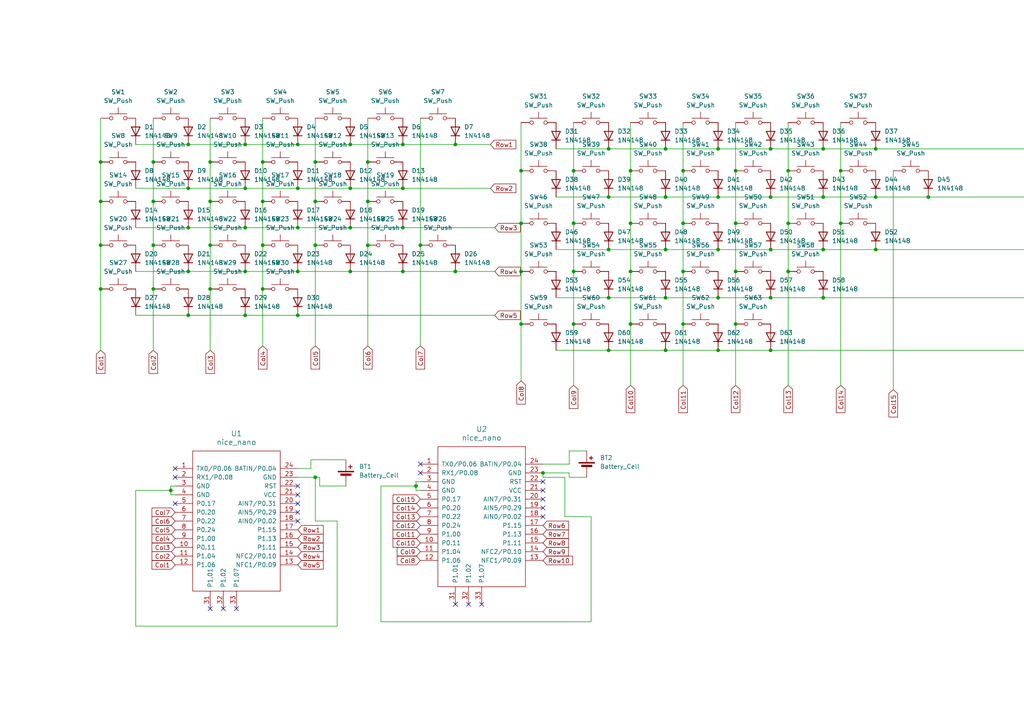
<source format=kicad_sch>
(kicad_sch (version 20250114) (generator "eeschema") (generator_version "9.0")
  (paper "A4")
  (lib_symbols
    (symbol "Device:Battery_Cell" (pin_numbers (hide yes)) (pin_names (offset 0) (hide yes))
      (property "Reference" "BT" (at 2.54 2.54 0))
      (property "Value" "Battery_Cell" (at 2.54 0 0))
      (symbol "Battery_Cell_1_1"
        (pin passive line (at 0 5.08 270) (length 2.54) (name "+") (number "1"))
        (pin passive line (at 0 -2.54 90) (length 2.54) (name "-") (number "2"))
      )
    )
    (symbol "Diode:1N4148" (pin_numbers (hide yes)) (pin_names (hide yes))
      (property "Reference" "D" (at 0 2.54 0))
      (property "Value" "1N4148" (at 0 -2.54 0))
      (symbol "1N4148_1_1"
        (pin passive line (at -3.81 0 0) (length 2.54) (name "K") (number "1"))
        (pin passive line (at 3.81 0 180) (length 2.54) (name "A") (number "2"))
      )
    )
    (symbol "Switch:SW_Push" (pin_numbers (hide yes)) (pin_names (offset 1.016) (hide yes))
      (property "Reference" "SW" (at 1.27 2.54 0))
      (property "Value" "SW_Push" (at 0 -1.524 0))
      (symbol "SW_Push_0_1"
        (pin passive line (at -5.08 0 0) (length 2.54) (name "1") (number "1"))
        (pin passive line (at 5.08 0 180) (length 2.54) (name "2") (number "2"))
      )
    )
    (symbol "nice_nano:nice_nano" (pin_names (offset 1.016))
      (property "Reference" "U" (at 0 0 0))
      (property "Value" "nice_nano" (at 0 2.54 0))
      (symbol "nice_nano_1_1"
        (pin input line (at -17.78 13.97 0) (length 5.08) (name "TX0/P0.06") (number "1"))
        (pin input line (at -17.78 11.43 0) (length 5.08) (name "RX1/P0.08") (number "2"))
        (pin input line (at -17.78 8.89 0) (length 5.08) (name "GND") (number "3"))
        (pin input line (at -17.78 6.35 0) (length 5.08) (name "GND") (number "4"))
        (pin input line (at -17.78 3.81 0) (length 5.08) (name "P0.17") (number "5"))
        (pin input line (at -17.78 1.27 0) (length 5.08) (name "P0.20") (number "6"))
        (pin input line (at -17.78 -1.27 0) (length 5.08) (name "P0.22") (number "7"))
        (pin input line (at -17.78 -3.81 0) (length 5.08) (name "P0.24") (number "8"))
        (pin input line (at -17.78 -6.35 0) (length 5.08) (name "P1.00") (number "9"))
        (pin input line (at -17.78 -8.89 0) (length 5.08) (name "P0.11") (number "10"))
        (pin input line (at -17.78 -11.43 0) (length 5.08) (name "P1.04") (number "11"))
        (pin input line (at -17.78 -13.97 0) (length 5.08) (name "P1.06") (number "12"))
        (pin input line (at -7.62 -26.67 90) (length 5.08) (name "P1.01") (number "31"))
        (pin input line (at -3.81 -26.67 90) (length 5.08) (name "P1.02") (number "32"))
        (pin input line (at 0 -26.67 90) (length 5.08) (name "P1.07") (number "33"))
        (pin input line (at 17.78 13.97 180) (length 5.08) (name "BATIN/P0.04") (number "24"))
        (pin input line (at 17.78 11.43 180) (length 5.08) (name "GND") (number "23"))
        (pin input line (at 17.78 8.89 180) (length 5.08) (name "RST") (number "22"))
        (pin input line (at 17.78 6.35 180) (length 5.08) (name "VCC") (number "21"))
        (pin input line (at 17.78 3.81 180) (length 5.08) (name "AIN7/P0.31") (number "20"))
        (pin input line (at 17.78 1.27 180) (length 5.08) (name "AIN5/P0.29") (number "19"))
        (pin input line (at 17.78 -1.27 180) (length 5.08) (name "AIN0/P0.02") (number "18"))
        (pin input line (at 17.78 -3.81 180) (length 5.08) (name "P1.15") (number "17"))
        (pin input line (at 17.78 -6.35 180) (length 5.08) (name "P1.13") (number "16"))
        (pin input line (at 17.78 -8.89 180) (length 5.08) (name "P1.11") (number "15"))
        (pin input line (at 17.78 -11.43 180) (length 5.08) (name "NFC2/P0.10") (number "14"))
        (pin input line (at 17.78 -13.97 180) (length 5.08) (name "NFC1/P0.09") (number "13"))
      )
    )
  )
  (junction (at 223.52 72.39))
  (junction (at 106.68 58.42))
  (junction (at 254 57.15))
  (junction (at 71.12 54.61))
  (junction (at 132.08 78.74))
  (junction (at 213.36 78.74))
  (junction (at 121.92 71.12))
  (junction (at 151.13 49.53))
  (junction (at 29.21 83.82))
  (junction (at 60.96 46.99))
  (junction (at 193.04 101.6))
  (junction (at 151.13 78.74))
  (junction (at 101.6 66.04))
  (junction (at 243.84 64.77))
  (junction (at 86.36 91.44))
  (junction (at 176.53 57.15))
  (junction (at 60.96 71.12))
  (junction (at 116.84 41.91))
  (junction (at 208.28 43.18))
  (junction (at 29.21 46.99))
  (junction (at 213.36 49.53))
  (junction (at 71.12 41.91))
  (junction (at 106.68 46.99))
  (junction (at 208.28 86.36))
  (junction (at 86.36 78.74))
  (junction (at 228.6 49.53))
  (junction (at 120.65 140.97))
  (junction (at 91.44 46.99))
  (junction (at 238.76 57.15))
  (junction (at 166.37 64.77))
  (junction (at 29.21 71.12))
  (junction (at 176.53 101.6))
  (junction (at 54.61 66.04))
  (junction (at 166.37 49.53))
  (junction (at 238.76 86.36))
  (junction (at 193.04 72.39))
  (junction (at 101.6 78.74))
  (junction (at 44.45 83.82))
  (junction (at 49.53 142.24))
  (junction (at 182.88 49.53))
  (junction (at 223.52 86.36))
  (junction (at 213.36 64.77))
  (junction (at 44.45 46.99))
  (junction (at 44.45 71.12))
  (junction (at 254 72.39))
  (junction (at 182.88 64.77))
  (junction (at 116.84 54.61))
  (junction (at 71.12 66.04))
  (junction (at 132.08 41.91))
  (junction (at 238.76 43.18))
  (junction (at 198.12 93.98))
  (junction (at 86.36 66.04))
  (junction (at 176.53 72.39))
  (junction (at 91.44 138.43))
  (junction (at 198.12 64.77))
  (junction (at 198.12 49.53))
  (junction (at 151.13 64.77))
  (junction (at 76.2 58.42))
  (junction (at 29.21 58.42))
  (junction (at 223.52 43.18))
  (junction (at 54.61 78.74))
  (junction (at 193.04 43.18))
  (junction (at 269.24 57.15))
  (junction (at 223.52 101.6))
  (junction (at 86.36 54.61))
  (junction (at 228.6 64.77))
  (junction (at 208.28 72.39))
  (junction (at 101.6 41.91))
  (junction (at 60.96 83.82))
  (junction (at 243.84 49.53))
  (junction (at 44.45 58.42))
  (junction (at 106.68 71.12))
  (junction (at 71.12 91.44))
  (junction (at 151.13 93.98))
  (junction (at 182.88 93.98))
  (junction (at 208.28 57.15))
  (junction (at 238.76 72.39))
  (junction (at 208.28 101.6))
  (junction (at 54.61 54.61))
  (junction (at 166.37 78.74))
  (junction (at 76.2 83.82))
  (junction (at 86.36 41.91))
  (junction (at 228.6 78.74))
  (junction (at 193.04 86.36))
  (junction (at 71.12 78.74))
  (junction (at 116.84 78.74))
  (junction (at 157.48 137.16))
  (junction (at 166.37 93.98))
  (junction (at 54.61 41.91))
  (junction (at 76.2 71.12))
  (junction (at 176.53 86.36))
  (junction (at 91.44 58.42))
  (junction (at 60.96 58.42))
  (junction (at 223.52 57.15))
  (junction (at 193.04 57.15))
  (junction (at 176.53 43.18))
  (junction (at 116.84 66.04))
  (junction (at 213.36 93.98))
  (junction (at 54.61 91.44))
  (junction (at 76.2 46.99))
  (junction (at 182.88 78.74))
  (junction (at 101.6 54.61))
  (junction (at 91.44 71.12))
  (junction (at 198.12 78.74))
  (junction (at 254 43.18))
  (no_connect (at 135.89 175.26))
  (no_connect (at 157.48 149.86))
  (no_connect (at 157.48 144.78))
  (no_connect (at 86.36 148.59))
  (no_connect (at 157.48 139.7))
  (no_connect (at 157.48 142.24))
  (no_connect (at 121.92 137.16))
  (no_connect (at 132.08 175.26))
  (no_connect (at 86.36 146.05))
  (no_connect (at 50.8 146.05))
  (no_connect (at 139.7 175.26))
  (no_connect (at 121.92 134.62))
  (no_connect (at 86.36 140.97))
  (no_connect (at 60.96 176.53))
  (no_connect (at 50.8 135.89))
  (no_connect (at 50.8 138.43))
  (no_connect (at 157.48 147.32))
  (no_connect (at 86.36 143.51))
  (no_connect (at 86.36 151.13))
  (no_connect (at 68.58 176.53))
  (no_connect (at 64.77 176.53))
  (wire (pts (xy 76.2 58.42) (xy 76.2 71.12)))
  (wire (pts (xy 193.04 43.18) (xy 208.28 43.18)))
  (wire (pts (xy 157.48 138.43) (xy 163.83 138.43)))
  (wire (pts (xy 182.88 49.53) (xy 182.88 64.77)))
  (wire (pts (xy 54.61 41.91) (xy 71.12 41.91)))
  (wire (pts (xy 92.71 140.97) (xy 92.71 138.43)))
  (wire (pts (xy 132.08 78.74) (xy 143.51 78.74)))
  (wire (pts (xy 86.36 138.43) (xy 91.44 138.43)))
  (wire (pts (xy 44.45 58.42) (xy 44.45 71.12)))
  (wire (pts (xy 71.12 66.04) (xy 86.36 66.04)))
  (wire (pts (xy 151.13 78.74) (xy 151.13 93.98)))
  (wire (pts (xy 91.44 34.29) (xy 91.44 46.99)))
  (wire (pts (xy 39.37 91.44) (xy 54.61 91.44)))
  (wire (pts (xy 44.45 34.29) (xy 44.45 46.99)))
  (wire (pts (xy 208.28 86.36) (xy 223.52 86.36)))
  (wire (pts (xy 120.65 142.24) (xy 121.92 142.24)))
  (wire (pts (xy 110.49 140.97) (xy 120.65 140.97)))
  (wire (pts (xy 71.12 78.74) (xy 86.36 78.74)))
  (wire (pts (xy 86.36 66.04) (xy 101.6 66.04)))
  (wire (pts (xy 121.92 139.7) (xy 120.65 139.7)))
  (wire (pts (xy 44.45 46.99) (xy 44.45 58.42)))
  (wire (pts (xy 213.36 35.56) (xy 213.36 49.53)))
  (wire (pts (xy 54.61 78.74) (xy 71.12 78.74)))
  (wire (pts (xy 60.96 58.42) (xy 60.96 71.12)))
  (wire (pts (xy 238.76 43.18) (xy 254 43.18)))
  (wire (pts (xy 91.44 46.99) (xy 91.44 58.42)))
  (wire (pts (xy 39.37 54.61) (xy 54.61 54.61)))
  (wire (pts (xy 86.36 91.44) (xy 143.51 91.44)))
  (wire (pts (xy 76.2 71.12) (xy 76.2 83.82)))
  (wire (pts (xy 39.37 78.74) (xy 54.61 78.74)))
  (wire (pts (xy 165.1 130.81) (xy 165.1 134.62)))
  (wire (pts (xy 49.53 140.97) (xy 49.53 142.24)))
  (wire (pts (xy 54.61 54.61) (xy 71.12 54.61)))
  (wire (pts (xy 166.37 49.53) (xy 166.37 64.77)))
  (wire (pts (xy 243.84 64.77) (xy 243.84 111.76)))
  (wire (pts (xy 198.12 35.56) (xy 198.12 49.53)))
  (wire (pts (xy 29.21 71.12) (xy 29.21 83.82)))
  (wire (pts (xy 238.76 86.36) (xy 297.18 86.36)))
  (wire (pts (xy 198.12 78.74) (xy 198.12 93.98)))
  (wire (pts (xy 121.92 71.12) (xy 121.92 100.33)))
  (wire (pts (xy 60.96 83.82) (xy 60.96 101.6)))
  (wire (pts (xy 254 57.15) (xy 269.24 57.15)))
  (wire (pts (xy 91.44 138.43) (xy 91.44 151.13)))
  (wire (pts (xy 176.53 86.36) (xy 193.04 86.36)))
  (wire (pts (xy 101.6 66.04) (xy 116.84 66.04)))
  (wire (pts (xy 54.61 66.04) (xy 71.12 66.04)))
  (wire (pts (xy 91.44 58.42) (xy 91.44 71.12)))
  (wire (pts (xy 243.84 49.53) (xy 243.84 64.77)))
  (wire (pts (xy 71.12 41.91) (xy 86.36 41.91)))
  (wire (pts (xy 29.21 34.29) (xy 29.21 46.99)))
  (wire (pts (xy 120.65 140.97) (xy 120.65 142.24)))
  (wire (pts (xy 157.48 137.16) (xy 157.48 138.43)))
  (wire (pts (xy 39.37 142.24) (xy 49.53 142.24)))
  (wire (pts (xy 60.96 71.12) (xy 60.96 83.82)))
  (wire (pts (xy 76.2 46.99) (xy 76.2 58.42)))
  (wire (pts (xy 166.37 93.98) (xy 166.37 111.76)))
  (wire (pts (xy 223.52 43.18) (xy 238.76 43.18)))
  (wire (pts (xy 151.13 49.53) (xy 151.13 64.77)))
  (wire (pts (xy 182.88 64.77) (xy 182.88 78.74)))
  (wire (pts (xy 71.12 91.44) (xy 86.36 91.44)))
  (wire (pts (xy 166.37 64.77) (xy 166.37 78.74)))
  (wire (pts (xy 238.76 72.39) (xy 254 72.39)))
  (wire (pts (xy 90.17 135.89) (xy 86.36 135.89)))
  (wire (pts (xy 106.68 34.29) (xy 106.68 46.99)))
  (wire (pts (xy 213.36 49.53) (xy 213.36 64.77)))
  (wire (pts (xy 228.6 64.77) (xy 228.6 78.74)))
  (wire (pts (xy 161.29 43.18) (xy 176.53 43.18)))
  (wire (pts (xy 39.37 66.04) (xy 54.61 66.04)))
  (wire (pts (xy 208.28 101.6) (xy 223.52 101.6)))
  (wire (pts (xy 193.04 101.6) (xy 208.28 101.6)))
  (wire (pts (xy 161.29 57.15) (xy 176.53 57.15)))
  (wire (pts (xy 163.83 149.86) (xy 171.45 149.86)))
  (wire (pts (xy 176.53 72.39) (xy 193.04 72.39)))
  (wire (pts (xy 120.65 139.7) (xy 120.65 140.97)))
  (wire (pts (xy 166.37 78.74) (xy 166.37 93.98)))
  (wire (pts (xy 151.13 93.98) (xy 151.13 110.49)))
  (wire (pts (xy 259.08 49.53) (xy 259.08 113.03)))
  (wire (pts (xy 254 72.39) (xy 297.18 72.39)))
  (wire (pts (xy 238.76 57.15) (xy 254 57.15)))
  (wire (pts (xy 116.84 66.04) (xy 143.51 66.04)))
  (wire (pts (xy 76.2 34.29) (xy 76.2 46.99)))
  (wire (pts (xy 86.36 41.91) (xy 101.6 41.91)))
  (wire (pts (xy 228.6 49.53) (xy 228.6 64.77)))
  (wire (pts (xy 228.6 35.56) (xy 228.6 49.53)))
  (wire (pts (xy 208.28 72.39) (xy 223.52 72.39)))
  (wire (pts (xy 91.44 71.12) (xy 91.44 100.33)))
  (wire (pts (xy 223.52 101.6) (xy 297.18 101.6)))
  (wire (pts (xy 161.29 86.36) (xy 176.53 86.36)))
  (wire (pts (xy 171.45 180.34) (xy 110.49 180.34)))
  (wire (pts (xy 106.68 46.99) (xy 106.68 58.42)))
  (wire (pts (xy 101.6 78.74) (xy 116.84 78.74)))
  (wire (pts (xy 165.1 137.16) (xy 157.48 137.16)))
  (wire (pts (xy 100.33 140.97) (xy 92.71 140.97)))
  (wire (pts (xy 171.45 149.86) (xy 171.45 180.34)))
  (wire (pts (xy 182.88 35.56) (xy 182.88 49.53)))
  (wire (pts (xy 100.33 133.35) (xy 90.17 133.35)))
  (wire (pts (xy 44.45 83.82) (xy 44.45 101.6)))
  (wire (pts (xy 29.21 46.99) (xy 29.21 58.42)))
  (wire (pts (xy 91.44 151.13) (xy 97.79 151.13)))
  (wire (pts (xy 101.6 41.91) (xy 116.84 41.91)))
  (wire (pts (xy 198.12 93.98) (xy 198.12 111.76)))
  (wire (pts (xy 165.1 134.62) (xy 157.48 134.62)))
  (wire (pts (xy 50.8 140.97) (xy 49.53 140.97)))
  (wire (pts (xy 208.28 57.15) (xy 223.52 57.15)))
  (wire (pts (xy 86.36 78.74) (xy 101.6 78.74)))
  (wire (pts (xy 254 43.18) (xy 297.18 43.18)))
  (wire (pts (xy 163.83 138.43) (xy 163.83 149.86)))
  (wire (pts (xy 213.36 78.74) (xy 213.36 93.98)))
  (wire (pts (xy 106.68 58.42) (xy 106.68 71.12)))
  (wire (pts (xy 49.53 142.24) (xy 49.53 143.51)))
  (wire (pts (xy 132.08 41.91) (xy 142.24 41.91)))
  (wire (pts (xy 86.36 54.61) (xy 101.6 54.61)))
  (wire (pts (xy 39.37 181.61) (xy 39.37 142.24)))
  (wire (pts (xy 54.61 91.44) (xy 71.12 91.44)))
  (wire (pts (xy 193.04 72.39) (xy 208.28 72.39)))
  (wire (pts (xy 228.6 78.74) (xy 228.6 111.76)))
  (wire (pts (xy 269.24 57.15) (xy 297.18 57.15)))
  (wire (pts (xy 116.84 41.91) (xy 132.08 41.91)))
  (wire (pts (xy 176.53 101.6) (xy 193.04 101.6)))
  (wire (pts (xy 243.84 35.56) (xy 243.84 49.53)))
  (wire (pts (xy 49.53 143.51) (xy 50.8 143.51)))
  (wire (pts (xy 165.1 138.43) (xy 165.1 137.16)))
  (wire (pts (xy 91.44 138.43) (xy 92.71 138.43)))
  (wire (pts (xy 29.21 83.82) (xy 29.21 101.6)))
  (wire (pts (xy 182.88 78.74) (xy 182.88 93.98)))
  (wire (pts (xy 90.17 133.35) (xy 90.17 135.89)))
  (wire (pts (xy 213.36 64.77) (xy 213.36 78.74)))
  (wire (pts (xy 60.96 46.99) (xy 60.96 58.42)))
  (wire (pts (xy 76.2 83.82) (xy 76.2 100.33)))
  (wire (pts (xy 116.84 78.74) (xy 132.08 78.74)))
  (wire (pts (xy 198.12 49.53) (xy 198.12 64.77)))
  (wire (pts (xy 151.13 35.56) (xy 151.13 49.53)))
  (wire (pts (xy 208.28 43.18) (xy 223.52 43.18)))
  (wire (pts (xy 193.04 86.36) (xy 208.28 86.36)))
  (wire (pts (xy 166.37 35.56) (xy 166.37 49.53)))
  (wire (pts (xy 213.36 93.98) (xy 213.36 111.76)))
  (wire (pts (xy 121.92 34.29) (xy 121.92 71.12)))
  (wire (pts (xy 176.53 43.18) (xy 193.04 43.18)))
  (wire (pts (xy 170.18 138.43) (xy 165.1 138.43)))
  (wire (pts (xy 223.52 57.15) (xy 238.76 57.15)))
  (wire (pts (xy 29.21 58.42) (xy 29.21 71.12)))
  (wire (pts (xy 193.04 57.15) (xy 208.28 57.15)))
  (wire (pts (xy 39.37 41.91) (xy 54.61 41.91)))
  (wire (pts (xy 161.29 101.6) (xy 176.53 101.6)))
  (wire (pts (xy 60.96 34.29) (xy 60.96 46.99)))
  (wire (pts (xy 182.88 93.98) (xy 182.88 111.76)))
  (wire (pts (xy 97.79 181.61) (xy 39.37 181.61)))
  (wire (pts (xy 161.29 72.39) (xy 176.53 72.39)))
  (wire (pts (xy 71.12 54.61) (xy 86.36 54.61)))
  (wire (pts (xy 101.6 54.61) (xy 116.84 54.61)))
  (wire (pts (xy 110.49 180.34) (xy 110.49 140.97)))
  (wire (pts (xy 116.84 54.61) (xy 142.24 54.61)))
  (wire (pts (xy 106.68 71.12) (xy 106.68 100.33)))
  (wire (pts (xy 97.79 151.13) (xy 97.79 181.61)))
  (wire (pts (xy 151.13 64.77) (xy 151.13 78.74)))
  (wire (pts (xy 223.52 72.39) (xy 238.76 72.39)))
  (wire (pts (xy 223.52 86.36) (xy 238.76 86.36)))
  (wire (pts (xy 44.45 71.12) (xy 44.45 83.82)))
  (wire (pts (xy 170.18 130.81) (xy 165.1 130.81)))
  (wire (pts (xy 176.53 57.15) (xy 193.04 57.15)))
  (wire (pts (xy 198.12 64.77) (xy 198.12 78.74)))
  (global_label "Col7" (shape input) (at 50.8 148.59 180) (property "Intersheetrefs" "${INTERSHEET_REFS}" (effects (hide yes))))
  (global_label "Col14" (shape input) (at 243.84 111.76 270) (property "Intersheetrefs" "${INTERSHEET_REFS}" (effects (hide yes))))
  (global_label "Row3" (shape input) (at 86.36 158.75 0) (property "Intersheetrefs" "${INTERSHEET_REFS}" (effects (hide yes))))
  (global_label "Col12" (shape input) (at 213.36 111.76 270) (property "Intersheetrefs" "${INTERSHEET_REFS}" (effects (hide yes))))
  (global_label "Row3" (shape input) (at 143.51 66.04 0) (property "Intersheetrefs" "${INTERSHEET_REFS}" (effects (hide yes))))
  (global_label "Col7" (shape input) (at 121.92 100.33 270) (property "Intersheetrefs" "${INTERSHEET_REFS}" (effects (hide yes))))
  (global_label "Row9" (shape input) (at 297.18 86.36 0) (property "Intersheetrefs" "${INTERSHEET_REFS}" (effects (hide yes))))
  (global_label "Col8" (shape input) (at 121.92 162.56 180) (property "Intersheetrefs" "${INTERSHEET_REFS}" (effects (hide yes))))
  (global_label "Col4" (shape input) (at 50.8 156.21 180) (property "Intersheetrefs" "${INTERSHEET_REFS}" (effects (hide yes))))
  (global_label "Col11" (shape input) (at 198.12 111.76 270) (property "Intersheetrefs" "${INTERSHEET_REFS}" (effects (hide yes))))
  (global_label "Row6" (shape input) (at 157.48 152.4 0) (property "Intersheetrefs" "${INTERSHEET_REFS}" (effects (hide yes))))
  (global_label "Row5" (shape input) (at 143.51 91.44 0) (property "Intersheetrefs" "${INTERSHEET_REFS}" (effects (hide yes))))
  (global_label "Row4" (shape input) (at 143.51 78.74 0) (property "Intersheetrefs" "${INTERSHEET_REFS}" (effects (hide yes))))
  (global_label "Col5" (shape input) (at 91.44 100.33 270) (property "Intersheetrefs" "${INTERSHEET_REFS}" (effects (hide yes))))
  (global_label "Row10" (shape input) (at 157.48 162.56 0) (property "Intersheetrefs" "${INTERSHEET_REFS}" (effects (hide yes))))
  (global_label "Col5" (shape input) (at 50.8 153.67 180) (property "Intersheetrefs" "${INTERSHEET_REFS}" (effects (hide yes))))
  (global_label "Col13" (shape input) (at 228.6 111.76 270) (property "Intersheetrefs" "${INTERSHEET_REFS}" (effects (hide yes))))
  (global_label "Col6" (shape input) (at 106.68 100.33 270) (property "Intersheetrefs" "${INTERSHEET_REFS}" (effects (hide yes))))
  (global_label "Row8" (shape input) (at 157.48 157.48 0) (property "Intersheetrefs" "${INTERSHEET_REFS}" (effects (hide yes))))
  (global_label "Col10" (shape input) (at 121.92 157.48 180) (property "Intersheetrefs" "${INTERSHEET_REFS}" (effects (hide yes))))
  (global_label "Row2" (shape input) (at 86.36 156.21 0) (property "Intersheetrefs" "${INTERSHEET_REFS}" (effects (hide yes))))
  (global_label "Row1" (shape input) (at 86.36 153.67 0) (property "Intersheetrefs" "${INTERSHEET_REFS}" (effects (hide yes))))
  (global_label "Col3" (shape input) (at 60.96 101.6 270) (property "Intersheetrefs" "${INTERSHEET_REFS}" (effects (hide yes))))
  (global_label "Row4" (shape input) (at 86.36 161.29 0) (property "Intersheetrefs" "${INTERSHEET_REFS}" (effects (hide yes))))
  (global_label "Col1" (shape input) (at 29.21 101.6 270) (property "Intersheetrefs" "${INTERSHEET_REFS}" (effects (hide yes))))
  (global_label "Row1" (shape input) (at 142.24 41.91 0) (property "Intersheetrefs" "${INTERSHEET_REFS}" (effects (hide yes))))
  (global_label "Col12" (shape input) (at 121.92 152.4 180) (property "Intersheetrefs" "${INTERSHEET_REFS}" (effects (hide yes))))
  (global_label "Col2" (shape input) (at 44.45 101.6 270) (property "Intersheetrefs" "${INTERSHEET_REFS}" (effects (hide yes))))
  (global_label "Row7" (shape input) (at 297.18 57.15 0) (property "Intersheetrefs" "${INTERSHEET_REFS}" (effects (hide yes))))
  (global_label "Row8" (shape input) (at 297.18 72.39 0) (property "Intersheetrefs" "${INTERSHEET_REFS}" (effects (hide yes))))
  (global_label "Col4" (shape input) (at 76.2 100.33 270) (property "Intersheetrefs" "${INTERSHEET_REFS}" (effects (hide yes))))
  (global_label "Row2" (shape input) (at 142.24 54.61 0) (property "Intersheetrefs" "${INTERSHEET_REFS}" (effects (hide yes))))
  (global_label "Col1" (shape input) (at 50.8 163.83 180) (property "Intersheetrefs" "${INTERSHEET_REFS}" (effects (hide yes))))
  (global_label "Col15" (shape input) (at 259.08 113.03 270) (property "Intersheetrefs" "${INTERSHEET_REFS}" (effects (hide yes))))
  (global_label "Col15" (shape input) (at 121.92 144.78 180) (property "Intersheetrefs" "${INTERSHEET_REFS}" (effects (hide yes))))
  (global_label "Col3" (shape input) (at 50.8 158.75 180) (property "Intersheetrefs" "${INTERSHEET_REFS}" (effects (hide yes))))
  (global_label "Col13" (shape input) (at 121.92 149.86 180) (property "Intersheetrefs" "${INTERSHEET_REFS}" (effects (hide yes))))
  (global_label "Col8" (shape input) (at 151.13 110.49 270) (property "Intersheetrefs" "${INTERSHEET_REFS}" (effects (hide yes))))
  (global_label "Col9" (shape input) (at 121.92 160.02 180) (property "Intersheetrefs" "${INTERSHEET_REFS}" (effects (hide yes))))
  (global_label "Row9" (shape input) (at 157.48 160.02 0) (property "Intersheetrefs" "${INTERSHEET_REFS}" (effects (hide yes))))
  (global_label "Row7" (shape input) (at 157.48 154.94 0) (property "Intersheetrefs" "${INTERSHEET_REFS}" (effects (hide yes))))
  (global_label "Row6" (shape input) (at 297.18 43.18 0) (property "Intersheetrefs" "${INTERSHEET_REFS}" (effects (hide yes))))
  (global_label "Col6" (shape input) (at 50.8 151.13 180) (property "Intersheetrefs" "${INTERSHEET_REFS}" (effects (hide yes))))
  (global_label "Col11" (shape input) (at 121.92 154.94 180) (property "Intersheetrefs" "${INTERSHEET_REFS}" (effects (hide yes))))
  (global_label "Col14" (shape input) (at 121.92 147.32 180) (property "Intersheetrefs" "${INTERSHEET_REFS}" (effects (hide yes))))
  (global_label "Row5" (shape input) (at 86.36 163.83 0) (property "Intersheetrefs" "${INTERSHEET_REFS}" (effects (hide yes))))
  (global_label "Col2" (shape input) (at 50.8 161.29 180) (property "Intersheetrefs" "${INTERSHEET_REFS}" (effects (hide yes))))
  (global_label "Col10" (shape input) (at 182.88 111.76 270) (property "Intersheetrefs" "${INTERSHEET_REFS}" (effects (hide yes))))
  (global_label "Row10" (shape input) (at 297.18 101.6 0) (property "Intersheetrefs" "${INTERSHEET_REFS}" (effects (hide yes))))
  (global_label "Col9" (shape input) (at 166.37 111.76 270) (property "Intersheetrefs" "${INTERSHEET_REFS}" (effects (hide yes))))
  (symbol (lib_id "Diode:1N4148") (at 116.84 50.8 90) (unit 1)
    (property "Reference" "D13" (at 119.38 49.5299 90) (effects (justify right)))
    (property "Value" "1N4148" (at 119.38 52.0699 90) (effects (justify right)))
    (property "Footprint" "Diode_THT:D_DO-35_SOD27_P7.62mm_Horizontal" (effects (hide yes)))
    (property "Datasheet" "https://assets.nexperia.com/documents/data-sheet/1N4148_1N4448.pdf" (effects (hide yes)))
    (property "Description" "100V 0.15A standard switching diode, DO-35" (effects (hide yes)))
    (property "Sim.Device" "D" (effects (hide yes)))
    (property "Sim.Pins" "1=K 2=A" (effects (hide yes)))
  )
  (symbol (lib_id "Switch:SW_Push") (at 81.28 34.29 0) (unit 1)
    (property "Reference" "SW4" (at 81.28 26.67 0))
    (property "Value" "SW_Push" (at 81.28 29.21 0))
    (property "Footprint" "Button_Switch_Keyboard:SW_Cherry_MX_1.00u_PCB" (effects (hide yes)))
    (property "Description" "Push button switch, generic, two pins" (effects (hide yes)))
  )
  (symbol (lib_id "Switch:SW_Push") (at 171.45 35.56 0) (unit 1)
    (property "Reference" "SW32" (at 171.45 27.94 0))
    (property "Value" "SW_Push" (at 171.45 30.48 0))
    (property "Footprint" "Button_Switch_Keyboard:SW_Cherry_MX_1.00u_PCB" (effects (hide yes)))
    (property "Description" "Push button switch, generic, two pins" (effects (hide yes)))
  )
  (symbol (lib_id "Diode:1N4148") (at 238.76 68.58 90) (unit 1)
    (property "Reference" "D51" (at 241.3 67.3099 90) (effects (justify right)))
    (property "Value" "1N4148" (at 241.3 69.8499 90) (effects (justify right)))
    (property "Footprint" "Diode_THT:D_DO-35_SOD27_P7.62mm_Horizontal" (effects (hide yes)))
    (property "Datasheet" "https://assets.nexperia.com/documents/data-sheet/1N4148_1N4448.pdf" (effects (hide yes)))
    (property "Description" "100V 0.15A standard switching diode, DO-35" (effects (hide yes)))
    (property "Sim.Device" "D" (effects (hide yes)))
    (property "Sim.Pins" "1=K 2=A" (effects (hide yes)))
  )
  (symbol (lib_id "Switch:SW_Push") (at 218.44 64.77 0) (unit 1)
    (property "Reference" "SW50" (at 218.44 57.15 0))
    (property "Value" "SW_Push" (at 218.44 59.69 0))
    (property "Footprint" "Button_Switch_Keyboard:SW_Cherry_MX_1.00u_PCB" (effects (hide yes)))
    (property "Description" "Push button switch, generic, two pins" (effects (hide yes)))
  )
  (symbol (lib_id "Diode:1N4148") (at 116.84 74.93 90) (unit 1)
    (property "Reference" "D25" (at 119.38 73.6599 90) (effects (justify right)))
    (property "Value" "1N4148" (at 119.38 76.1999 90) (effects (justify right)))
    (property "Footprint" "Diode_THT:D_DO-35_SOD27_P7.62mm_Horizontal" (effects (hide yes)))
    (property "Datasheet" "https://assets.nexperia.com/documents/data-sheet/1N4148_1N4448.pdf" (effects (hide yes)))
    (property "Description" "100V 0.15A standard switching diode, DO-35" (effects (hide yes)))
    (property "Sim.Device" "D" (effects (hide yes)))
    (property "Sim.Pins" "1=K 2=A" (effects (hide yes)))
  )
  (symbol (lib_id "Diode:1N4148") (at 208.28 39.37 90) (unit 1)
    (property "Reference" "D34" (at 210.82 38.0999 90) (effects (justify right)))
    (property "Value" "1N4148" (at 210.82 40.6399 90) (effects (justify right)))
    (property "Footprint" "Diode_THT:D_DO-35_SOD27_P7.62mm_Horizontal" (effects (hide yes)))
    (property "Datasheet" "https://assets.nexperia.com/documents/data-sheet/1N4148_1N4448.pdf" (effects (hide yes)))
    (property "Description" "100V 0.15A standard switching diode, DO-35" (effects (hide yes)))
    (property "Sim.Device" "D" (effects (hide yes)))
    (property "Sim.Pins" "1=K 2=A" (effects (hide yes)))
  )
  (symbol (lib_id "Switch:SW_Push") (at 218.44 78.74 0) (unit 1)
    (property "Reference" "SW57" (at 218.44 71.12 0))
    (property "Value" "SW_Push" (at 218.44 73.66 0))
    (property "Footprint" "Button_Switch_Keyboard:SW_Cherry_MX_1.00u_PCB" (effects (hide yes)))
    (property "Description" "Push button switch, generic, two pins" (effects (hide yes)))
  )
  (symbol (lib_id "Diode:1N4148") (at 39.37 74.93 90) (unit 1)
    (property "Reference" "D20" (at 41.91 73.6599 90) (effects (justify right)))
    (property "Value" "1N4148" (at 41.91 76.1999 90) (effects (justify right)))
    (property "Footprint" "Diode_THT:D_DO-35_SOD27_P7.62mm_Horizontal" (effects (hide yes)))
    (property "Datasheet" "https://assets.nexperia.com/documents/data-sheet/1N4148_1N4448.pdf" (effects (hide yes)))
    (property "Description" "100V 0.15A standard switching diode, DO-35" (effects (hide yes)))
    (property "Sim.Device" "D" (effects (hide yes)))
    (property "Sim.Pins" "1=K 2=A" (effects (hide yes)))
  )
  (symbol (lib_id "Diode:1N4148") (at 54.61 38.1 90) (unit 1)
    (property "Reference" "D2" (at 57.15 36.8299 90) (effects (justify right)))
    (property "Value" "1N4148" (at 57.15 39.3699 90) (effects (justify right)))
    (property "Footprint" "Diode_THT:D_DO-35_SOD27_P7.62mm_Horizontal" (effects (hide yes)))
    (property "Datasheet" "https://assets.nexperia.com/documents/data-sheet/1N4148_1N4448.pdf" (effects (hide yes)))
    (property "Description" "100V 0.15A standard switching diode, DO-35" (effects (hide yes)))
    (property "Sim.Device" "D" (effects (hide yes)))
    (property "Sim.Pins" "1=K 2=A" (effects (hide yes)))
  )
  (symbol (lib_id "Diode:1N4148") (at 71.12 38.1 90) (unit 1)
    (property "Reference" "D3" (at 73.66 36.8299 90) (effects (justify right)))
    (property "Value" "1N4148" (at 73.66 39.3699 90) (effects (justify right)))
    (property "Footprint" "Diode_THT:D_DO-35_SOD27_P7.62mm_Horizontal" (effects (hide yes)))
    (property "Datasheet" "https://assets.nexperia.com/documents/data-sheet/1N4148_1N4448.pdf" (effects (hide yes)))
    (property "Description" "100V 0.15A standard switching diode, DO-35" (effects (hide yes)))
    (property "Sim.Device" "D" (effects (hide yes)))
    (property "Sim.Pins" "1=K 2=A" (effects (hide yes)))
  )
  (symbol (lib_id "Switch:SW_Push") (at 248.92 49.53 0) (unit 1)
    (property "Reference" "SW44" (at 248.92 41.91 0))
    (property "Value" "SW_Push" (at 248.92 44.45 0))
    (property "Footprint" "Button_Switch_Keyboard:SW_Cherry_MX_1.00u_PCB" (effects (hide yes)))
    (property "Description" "Push button switch, generic, two pins" (effects (hide yes)))
  )
  (symbol (lib_id "Switch:SW_Push") (at 34.29 46.99 0) (unit 1)
    (property "Reference" "SW8" (at 34.29 39.37 0))
    (property "Value" "SW_Push" (at 34.29 41.91 0))
    (property "Footprint" "Button_Switch_Keyboard:SW_Cherry_MX_1.00u_PCB" (effects (hide yes)))
    (property "Description" "Push button switch, generic, two pins" (effects (hide yes)))
  )
  (symbol (lib_id "Diode:1N4148") (at 132.08 74.93 90) (unit 1)
    (property "Reference" "D26" (at 134.62 73.6599 90) (effects (justify right)))
    (property "Value" "1N4148" (at 134.62 76.1999 90) (effects (justify right)))
    (property "Footprint" "Diode_THT:D_DO-35_SOD27_P7.62mm_Horizontal" (effects (hide yes)))
    (property "Datasheet" "https://assets.nexperia.com/documents/data-sheet/1N4148_1N4448.pdf" (effects (hide yes)))
    (property "Description" "100V 0.15A standard switching diode, DO-35" (effects (hide yes)))
    (property "Sim.Device" "D" (effects (hide yes)))
    (property "Sim.Pins" "1=K 2=A" (effects (hide yes)))
  )
  (symbol (lib_id "Diode:1N4148") (at 193.04 39.37 90) (unit 1)
    (property "Reference" "D33" (at 195.58 38.0999 90) (effects (justify right)))
    (property "Value" "1N4148" (at 195.58 40.6399 90) (effects (justify right)))
    (property "Footprint" "Diode_THT:D_DO-35_SOD27_P7.62mm_Horizontal" (effects (hide yes)))
    (property "Datasheet" "https://assets.nexperia.com/documents/data-sheet/1N4148_1N4448.pdf" (effects (hide yes)))
    (property "Description" "100V 0.15A standard switching diode, DO-35" (effects (hide yes)))
    (property "Sim.Device" "D" (effects (hide yes)))
    (property "Sim.Pins" "1=K 2=A" (effects (hide yes)))
  )
  (symbol (lib_id "Diode:1N4148") (at 54.61 74.93 90) (unit 1)
    (property "Reference" "D21" (at 57.15 73.6599 90) (effects (justify right)))
    (property "Value" "1N4148" (at 57.15 76.1999 90) (effects (justify right)))
    (property "Footprint" "Diode_THT:D_DO-35_SOD27_P7.62mm_Horizontal" (effects (hide yes)))
    (property "Datasheet" "https://assets.nexperia.com/documents/data-sheet/1N4148_1N4448.pdf" (effects (hide yes)))
    (property "Description" "100V 0.15A standard switching diode, DO-35" (effects (hide yes)))
    (property "Sim.Device" "D" (effects (hide yes)))
    (property "Sim.Pins" "1=K 2=A" (effects (hide yes)))
  )
  (symbol (lib_id "Diode:1N4148") (at 101.6 50.8 90) (unit 1)
    (property "Reference" "D12" (at 104.14 49.5299 90) (effects (justify right)))
    (property "Value" "1N4148" (at 104.14 52.0699 90) (effects (justify right)))
    (property "Footprint" "Diode_THT:D_DO-35_SOD27_P7.62mm_Horizontal" (effects (hide yes)))
    (property "Datasheet" "https://assets.nexperia.com/documents/data-sheet/1N4148_1N4448.pdf" (effects (hide yes)))
    (property "Description" "100V 0.15A standard switching diode, DO-35" (effects (hide yes)))
    (property "Sim.Device" "D" (effects (hide yes)))
    (property "Sim.Pins" "1=K 2=A" (effects (hide yes)))
  )
  (symbol (lib_id "Diode:1N4148") (at 193.04 82.55 90) (unit 1)
    (property "Reference" "D55" (at 195.58 81.2799 90) (effects (justify right)))
    (property "Value" "1N4148" (at 195.58 83.8199 90) (effects (justify right)))
    (property "Footprint" "Diode_THT:D_DO-35_SOD27_P7.62mm_Horizontal" (effects (hide yes)))
    (property "Datasheet" "https://assets.nexperia.com/documents/data-sheet/1N4148_1N4448.pdf" (effects (hide yes)))
    (property "Description" "100V 0.15A standard switching diode, DO-35" (effects (hide yes)))
    (property "Sim.Device" "D" (effects (hide yes)))
    (property "Sim.Pins" "1=K 2=A" (effects (hide yes)))
  )
  (symbol (lib_id "Device:Battery_Cell") (at 100.33 138.43 0) (unit 1)
    (property "Reference" "BT1" (at 104.14 135.3184 0) (effects (justify left)))
    (property "Value" "Battery_Cell" (at 104.14 137.8584 0) (effects (justify left)))
    (property "Description" "Single-cell battery" (effects (hide yes)))
  )
  (symbol (lib_id "Diode:1N4148") (at 39.37 87.63 90) (unit 1)
    (property "Reference" "D27" (at 41.91 86.3599 90) (effects (justify right)))
    (property "Value" "1N4148" (at 41.91 88.8999 90) (effects (justify right)))
    (property "Footprint" "Diode_THT:D_DO-35_SOD27_P7.62mm_Horizontal" (effects (hide yes)))
    (property "Datasheet" "https://assets.nexperia.com/documents/data-sheet/1N4148_1N4448.pdf" (effects (hide yes)))
    (property "Description" "100V 0.15A standard switching diode, DO-35" (effects (hide yes)))
    (property "Sim.Device" "D" (effects (hide yes)))
    (property "Sim.Pins" "1=K 2=A" (effects (hide yes)))
  )
  (symbol (lib_id "Switch:SW_Push") (at 218.44 49.53 0) (unit 1)
    (property "Reference" "SW42" (at 218.44 41.91 0))
    (property "Value" "SW_Push" (at 218.44 44.45 0))
    (property "Footprint" "Button_Switch_Keyboard:SW_Cherry_MX_1.00u_PCB" (effects (hide yes)))
    (property "Description" "Push button switch, generic, two pins" (effects (hide yes)))
  )
  (symbol (lib_id "Switch:SW_Push") (at 187.96 93.98 0) (unit 1)
    (property "Reference" "SW61" (at 187.96 86.36 0))
    (property "Value" "SW_Push" (at 187.96 88.9 0))
    (property "Footprint" "Button_Switch_Keyboard:SW_Cherry_MX_1.00u_PCB" (effects (hide yes)))
    (property "Description" "Push button switch, generic, two pins" (effects (hide yes)))
  )
  (symbol (lib_id "Diode:1N4148") (at 254 53.34 90) (unit 1)
    (property "Reference" "D44" (at 256.54 52.0699 90) (effects (justify right)))
    (property "Value" "1N4148" (at 256.54 54.6099 90) (effects (justify right)))
    (property "Footprint" "Diode_THT:D_DO-35_SOD27_P7.62mm_Horizontal" (effects (hide yes)))
    (property "Datasheet" "https://assets.nexperia.com/documents/data-sheet/1N4148_1N4448.pdf" (effects (hide yes)))
    (property "Description" "100V 0.15A standard switching diode, DO-35" (effects (hide yes)))
    (property "Sim.Device" "D" (effects (hide yes)))
    (property "Sim.Pins" "1=K 2=A" (effects (hide yes)))
  )
  (symbol (lib_id "Diode:1N4148") (at 254 39.37 90) (unit 1)
    (property "Reference" "D37" (at 256.54 38.0999 90) (effects (justify right)))
    (property "Value" "1N4148" (at 256.54 40.6399 90) (effects (justify right)))
    (property "Footprint" "Diode_THT:D_DO-35_SOD27_P7.62mm_Horizontal" (effects (hide yes)))
    (property "Datasheet" "https://assets.nexperia.com/documents/data-sheet/1N4148_1N4448.pdf" (effects (hide yes)))
    (property "Description" "100V 0.15A standard switching diode, DO-35" (effects (hide yes)))
    (property "Sim.Device" "D" (effects (hide yes)))
    (property "Sim.Pins" "1=K 2=A" (effects (hide yes)))
  )
  (symbol (lib_id "Diode:1N4148") (at 176.53 82.55 90) (unit 1)
    (property "Reference" "D54" (at 179.07 81.2799 90) (effects (justify right)))
    (property "Value" "1N4148" (at 179.07 83.8199 90) (effects (justify right)))
    (property "Footprint" "Diode_THT:D_DO-35_SOD27_P7.62mm_Horizontal" (effects (hide yes)))
    (property "Datasheet" "https://assets.nexperia.com/documents/data-sheet/1N4148_1N4448.pdf" (effects (hide yes)))
    (property "Description" "100V 0.15A standard switching diode, DO-35" (effects (hide yes)))
    (property "Sim.Device" "D" (effects (hide yes)))
    (property "Sim.Pins" "1=K 2=A" (effects (hide yes)))
  )
  (symbol (lib_id "Switch:SW_Push") (at 127 71.12 0) (unit 1)
    (property "Reference" "SW26" (at 127 63.5 0))
    (property "Value" "SW_Push" (at 127 66.04 0))
    (property "Footprint" "Button_Switch_Keyboard:SW_Cherry_MX_1.00u_PCB" (effects (hide yes)))
    (property "Description" "Push button switch, generic, two pins" (effects (hide yes)))
  )
  (symbol (lib_id "Switch:SW_Push") (at 49.53 34.29 0) (unit 1)
    (property "Reference" "SW2" (at 49.53 26.67 0))
    (property "Value" "SW_Push" (at 49.53 29.21 0))
    (property "Footprint" "Button_Switch_Keyboard:SW_Cherry_MX_1.00u_PCB" (effects (hide yes)))
    (property "Description" "Push button switch, generic, two pins" (effects (hide yes)))
  )
  (symbol (lib_id "Switch:SW_Push") (at 264.16 49.53 0) (unit 1)
    (property "Reference" "SW45" (at 264.16 41.91 0))
    (property "Value" "SW_Push" (at 264.16 44.45 0))
    (property "Footprint" "Button_Switch_Keyboard:SW_Cherry_MX_1.00u_PCB" (effects (hide yes)))
    (property "Description" "Push button switch, generic, two pins" (effects (hide yes)))
  )
  (symbol (lib_id "Device:Battery_Cell") (at 170.18 135.89 0) (unit 1)
    (property "Reference" "BT2" (at 173.99 132.7784 0) (effects (justify left)))
    (property "Value" "Battery_Cell" (at 173.99 135.3184 0) (effects (justify left)))
    (property "Description" "Single-cell battery" (effects (hide yes)))
  )
  (symbol (lib_id "Diode:1N4148") (at 71.12 50.8 90) (unit 1)
    (property "Reference" "D10" (at 73.66 49.5299 90) (effects (justify right)))
    (property "Value" "1N4148" (at 73.66 52.0699 90) (effects (justify right)))
    (property "Footprint" "Diode_THT:D_DO-35_SOD27_P7.62mm_Horizontal" (effects (hide yes)))
    (property "Datasheet" "https://assets.nexperia.com/documents/data-sheet/1N4148_1N4448.pdf" (effects (hide yes)))
    (property "Description" "100V 0.15A standard switching diode, DO-35" (effects (hide yes)))
    (property "Sim.Device" "D" (effects (hide yes)))
    (property "Sim.Pins" "1=K 2=A" (effects (hide yes)))
  )
  (symbol (lib_id "Diode:1N4148") (at 208.28 82.55 90) (unit 1)
    (property "Reference" "D56" (at 210.82 81.2799 90) (effects (justify right)))
    (property "Value" "1N4148" (at 210.82 83.8199 90) (effects (justify right)))
    (property "Footprint" "Diode_THT:D_DO-35_SOD27_P7.62mm_Horizontal" (effects (hide yes)))
    (property "Datasheet" "https://assets.nexperia.com/documents/data-sheet/1N4148_1N4448.pdf" (effects (hide yes)))
    (property "Description" "100V 0.15A standard switching diode, DO-35" (effects (hide yes)))
    (property "Sim.Device" "D" (effects (hide yes)))
    (property "Sim.Pins" "1=K 2=A" (effects (hide yes)))
  )
  (symbol (lib_id "Switch:SW_Push") (at 49.53 46.99 0) (unit 1)
    (property "Reference" "SW9" (at 49.53 39.37 0))
    (property "Value" "SW_Push" (at 49.53 41.91 0))
    (property "Footprint" "Button_Switch_Keyboard:SW_Cherry_MX_1.00u_PCB" (effects (hide yes)))
    (property "Description" "Push button switch, generic, two pins" (effects (hide yes)))
  )
  (symbol (lib_id "Diode:1N4148") (at 71.12 74.93 90) (unit 1)
    (property "Reference" "D22" (at 73.66 73.6599 90) (effects (justify right)))
    (property "Value" "1N4148" (at 73.66 76.1999 90) (effects (justify right)))
    (property "Footprint" "Diode_THT:D_DO-35_SOD27_P7.62mm_Horizontal" (effects (hide yes)))
    (property "Datasheet" "https://assets.nexperia.com/documents/data-sheet/1N4148_1N4448.pdf" (effects (hide yes)))
    (property "Description" "100V 0.15A standard switching diode, DO-35" (effects (hide yes)))
    (property "Sim.Device" "D" (effects (hide yes)))
    (property "Sim.Pins" "1=K 2=A" (effects (hide yes)))
  )
  (symbol (lib_id "Switch:SW_Push") (at 203.2 78.74 0) (unit 1)
    (property "Reference" "SW56" (at 203.2 71.12 0))
    (property "Value" "SW_Push" (at 203.2 73.66 0))
    (property "Footprint" "Button_Switch_Keyboard:SW_Cherry_MX_1.00u_PCB" (effects (hide yes)))
    (property "Description" "Push button switch, generic, two pins" (effects (hide yes)))
  )
  (symbol (lib_id "Diode:1N4148") (at 71.12 62.23 90) (unit 1)
    (property "Reference" "D16" (at 73.66 60.9599 90) (effects (justify right)))
    (property "Value" "1N4148" (at 73.66 63.4999 90) (effects (justify right)))
    (property "Footprint" "Diode_THT:D_DO-35_SOD27_P7.62mm_Horizontal" (effects (hide yes)))
    (property "Datasheet" "https://assets.nexperia.com/documents/data-sheet/1N4148_1N4448.pdf" (effects (hide yes)))
    (property "Description" "100V 0.15A standard switching diode, DO-35" (effects (hide yes)))
    (property "Sim.Device" "D" (effects (hide yes)))
    (property "Sim.Pins" "1=K 2=A" (effects (hide yes)))
  )
  (symbol (lib_id "Switch:SW_Push") (at 66.04 34.29 0) (unit 1)
    (property "Reference" "SW3" (at 66.04 26.67 0))
    (property "Value" "SW_Push" (at 66.04 29.21 0))
    (property "Footprint" "Button_Switch_Keyboard:SW_Cherry_MX_1.00u_PCB" (effects (hide yes)))
    (property "Description" "Push button switch, generic, two pins" (effects (hide yes)))
  )
  (symbol (lib_id "Switch:SW_Push") (at 96.52 58.42 0) (unit 1)
    (property "Reference" "SW18" (at 96.52 50.8 0))
    (property "Value" "SW_Push" (at 96.52 53.34 0))
    (property "Footprint" "Button_Switch_Keyboard:SW_Cherry_MX_1.00u_PCB" (effects (hide yes)))
    (property "Description" "Push button switch, generic, two pins" (effects (hide yes)))
  )
  (symbol (lib_id "Diode:1N4148") (at 161.29 68.58 90) (unit 1)
    (property "Reference" "D46" (at 163.83 67.3099 90) (effects (justify right)))
    (property "Value" "1N4148" (at 163.83 69.8499 90) (effects (justify right)))
    (property "Footprint" "Diode_THT:D_DO-35_SOD27_P7.62mm_Horizontal" (effects (hide yes)))
    (property "Datasheet" "https://assets.nexperia.com/documents/data-sheet/1N4148_1N4448.pdf" (effects (hide yes)))
    (property "Description" "100V 0.15A standard switching diode, DO-35" (effects (hide yes)))
    (property "Sim.Device" "D" (effects (hide yes)))
    (property "Sim.Pins" "1=K 2=A" (effects (hide yes)))
  )
  (symbol (lib_id "Switch:SW_Push") (at 34.29 83.82 0) (unit 1)
    (property "Reference" "SW27" (at 34.29 76.2 0))
    (property "Value" "SW_Push" (at 34.29 78.74 0))
    (property "Footprint" "Button_Switch_Keyboard:SW_Cherry_MX_1.00u_PCB" (effects (hide yes)))
    (property "Description" "Push button switch, generic, two pins" (effects (hide yes)))
  )
  (symbol (lib_id "Diode:1N4148") (at 193.04 97.79 90) (unit 1)
    (property "Reference" "D61" (at 195.58 96.5199 90) (effects (justify right)))
    (property "Value" "1N4148" (at 195.58 99.0599 90) (effects (justify right)))
    (property "Footprint" "Diode_THT:D_DO-35_SOD27_P7.62mm_Horizontal" (effects (hide yes)))
    (property "Datasheet" "https://assets.nexperia.com/documents/data-sheet/1N4148_1N4448.pdf" (effects (hide yes)))
    (property "Description" "100V 0.15A standard switching diode, DO-35" (effects (hide yes)))
    (property "Sim.Device" "D" (effects (hide yes)))
    (property "Sim.Pins" "1=K 2=A" (effects (hide yes)))
  )
  (symbol (lib_id "Switch:SW_Push") (at 49.53 71.12 0) (unit 1)
    (property "Reference" "SW21" (at 49.53 63.5 0))
    (property "Value" "SW_Push" (at 49.53 66.04 0))
    (property "Footprint" "Button_Switch_Keyboard:SW_Cherry_MX_1.00u_PCB" (effects (hide yes)))
    (property "Description" "Push button switch, generic, two pins" (effects (hide yes)))
  )
  (symbol (lib_id "Switch:SW_Push") (at 156.21 49.53 0) (unit 1)
    (property "Reference" "SW38" (at 156.21 41.91 0))
    (property "Value" "SW_Push" (at 156.21 44.45 0))
    (property "Footprint" "Button_Switch_Keyboard:SW_Cherry_MX_1.00u_PCB" (effects (hide yes)))
    (property "Description" "Push button switch, generic, two pins" (effects (hide yes)))
  )
  (symbol (lib_id "Switch:SW_Push") (at 248.92 35.56 0) (unit 1)
    (property "Reference" "SW37" (at 248.92 27.94 0))
    (property "Value" "SW_Push" (at 248.92 30.48 0))
    (property "Footprint" "Button_Switch_Keyboard:SW_Cherry_MX_1.00u_PCB" (effects (hide yes)))
    (property "Description" "Push button switch, generic, two pins" (effects (hide yes)))
  )
  (symbol (lib_id "Diode:1N4148") (at 39.37 50.8 90) (unit 1)
    (property "Reference" "D8" (at 41.91 49.5299 90) (effects (justify right)))
    (property "Value" "1N4148" (at 41.91 52.0699 90) (effects (justify right)))
    (property "Footprint" "Diode_THT:D_DO-35_SOD27_P7.62mm_Horizontal" (effects (hide yes)))
    (property "Datasheet" "https://assets.nexperia.com/documents/data-sheet/1N4148_1N4448.pdf" (effects (hide yes)))
    (property "Description" "100V 0.15A standard switching diode, DO-35" (effects (hide yes)))
    (property "Sim.Device" "D" (effects (hide yes)))
    (property "Sim.Pins" "1=K 2=A" (effects (hide yes)))
  )
  (symbol (lib_id "Switch:SW_Push") (at 96.52 46.99 0) (unit 1)
    (property "Reference" "SW12" (at 96.52 39.37 0))
    (property "Value" "SW_Push" (at 96.52 41.91 0))
    (property "Footprint" "Button_Switch_Keyboard:SW_Cherry_MX_1.00u_PCB" (effects (hide yes)))
    (property "Description" "Push button switch, generic, two pins" (effects (hide yes)))
  )
  (symbol (lib_id "Switch:SW_Push") (at 111.76 58.42 0) (unit 1)
    (property "Reference" "SW19" (at 111.76 50.8 0))
    (property "Value" "SW_Push" (at 111.76 53.34 0))
    (property "Footprint" "Button_Switch_Keyboard:SW_Cherry_MX_1.00u_PCB" (effects (hide yes)))
    (property "Description" "Push button switch, generic, two pins" (effects (hide yes)))
  )
  (symbol (lib_id "Diode:1N4148") (at 161.29 82.55 90) (unit 1)
    (property "Reference" "D53" (at 163.83 81.2799 90) (effects (justify right)))
    (property "Value" "1N4148" (at 163.83 83.8199 90) (effects (justify right)))
    (property "Footprint" "Diode_THT:D_DO-35_SOD27_P7.62mm_Horizontal" (effects (hide yes)))
    (property "Datasheet" "https://assets.nexperia.com/documents/data-sheet/1N4148_1N4448.pdf" (effects (hide yes)))
    (property "Description" "100V 0.15A standard switching diode, DO-35" (effects (hide yes)))
    (property "Sim.Device" "D" (effects (hide yes)))
    (property "Sim.Pins" "1=K 2=A" (effects (hide yes)))
  )
  (symbol (lib_id "Diode:1N4148") (at 176.53 53.34 90) (unit 1)
    (property "Reference" "D39" (at 179.07 52.0699 90) (effects (justify right)))
    (property "Value" "1N4148" (at 179.07 54.6099 90) (effects (justify right)))
    (property "Footprint" "Diode_THT:D_DO-35_SOD27_P7.62mm_Horizontal" (effects (hide yes)))
    (property "Datasheet" "https://assets.nexperia.com/documents/data-sheet/1N4148_1N4448.pdf" (effects (hide yes)))
    (property "Description" "100V 0.15A standard switching diode, DO-35" (effects (hide yes)))
    (property "Sim.Device" "D" (effects (hide yes)))
    (property "Sim.Pins" "1=K 2=A" (effects (hide yes)))
  )
  (symbol (lib_id "Switch:SW_Push") (at 81.28 46.99 0) (unit 1)
    (property "Reference" "SW11" (at 81.28 39.37 0))
    (property "Value" "SW_Push" (at 81.28 41.91 0))
    (property "Footprint" "Button_Switch_Keyboard:SW_Cherry_MX_1.00u_PCB" (effects (hide yes)))
    (property "Description" "Push button switch, generic, two pins" (effects (hide yes)))
  )
  (symbol (lib_id "Switch:SW_Push") (at 111.76 34.29 0) (unit 1)
    (property "Reference" "SW6" (at 111.76 26.67 0))
    (property "Value" "SW_Push" (at 111.76 29.21 0))
    (property "Footprint" "Button_Switch_Keyboard:SW_Cherry_MX_1.00u_PCB" (effects (hide yes)))
    (property "Description" "Push button switch, generic, two pins" (effects (hide yes)))
  )
  (symbol (lib_id "Switch:SW_Push") (at 233.68 64.77 0) (unit 1)
    (property "Reference" "SW51" (at 233.68 57.15 0))
    (property "Value" "SW_Push" (at 233.68 59.69 0))
    (property "Footprint" "Button_Switch_Keyboard:SW_Cherry_MX_1.00u_PCB" (effects (hide yes)))
    (property "Description" "Push button switch, generic, two pins" (effects (hide yes)))
  )
  (symbol (lib_id "Diode:1N4148") (at 86.36 38.1 90) (unit 1)
    (property "Reference" "D4" (at 88.9 36.8299 90) (effects (justify right)))
    (property "Value" "1N4148" (at 88.9 39.3699 90) (effects (justify right)))
    (property "Footprint" "Diode_THT:D_DO-35_SOD27_P7.62mm_Horizontal" (effects (hide yes)))
    (property "Datasheet" "https://assets.nexperia.com/documents/data-sheet/1N4148_1N4448.pdf" (effects (hide yes)))
    (property "Description" "100V 0.15A standard switching diode, DO-35" (effects (hide yes)))
    (property "Sim.Device" "D" (effects (hide yes)))
    (property "Sim.Pins" "1=K 2=A" (effects (hide yes)))
  )
  (symbol (lib_id "Switch:SW_Push") (at 203.2 49.53 0) (unit 1)
    (property "Reference" "SW41" (at 203.2 41.91 0))
    (property "Value" "SW_Push" (at 203.2 44.45 0))
    (property "Footprint" "Button_Switch_Keyboard:SW_Cherry_MX_1.00u_PCB" (effects (hide yes)))
    (property "Description" "Push button switch, generic, two pins" (effects (hide yes)))
  )
  (symbol (lib_id "Diode:1N4148") (at 176.53 68.58 90) (unit 1)
    (property "Reference" "D47" (at 179.07 67.3099 90) (effects (justify right)))
    (property "Value" "1N4148" (at 179.07 69.8499 90) (effects (justify right)))
    (property "Footprint" "Diode_THT:D_DO-35_SOD27_P7.62mm_Horizontal" (effects (hide yes)))
    (property "Datasheet" "https://assets.nexperia.com/documents/data-sheet/1N4148_1N4448.pdf" (effects (hide yes)))
    (property "Description" "100V 0.15A standard switching diode, DO-35" (effects (hide yes)))
    (property "Sim.Device" "D" (effects (hide yes)))
    (property "Sim.Pins" "1=K 2=A" (effects (hide yes)))
  )
  (symbol (lib_id "Switch:SW_Push") (at 34.29 34.29 0) (unit 1)
    (property "Reference" "SW1" (at 34.29 26.67 0))
    (property "Value" "SW_Push" (at 34.29 29.21 0))
    (property "Footprint" "Button_Switch_Keyboard:SW_Cherry_MX_1.00u_PCB" (effects (hide yes)))
    (property "Description" "Push button switch, generic, two pins" (effects (hide yes)))
  )
  (symbol (lib_id "Switch:SW_Push") (at 171.45 64.77 0) (unit 1)
    (property "Reference" "SW47" (at 171.45 57.15 0))
    (property "Value" "SW_Push" (at 171.45 59.69 0))
    (property "Footprint" "Button_Switch_Keyboard:SW_Cherry_MX_1.00u_PCB" (effects (hide yes)))
    (property "Description" "Push button switch, generic, two pins" (effects (hide yes)))
  )
  (symbol (lib_id "Diode:1N4148") (at 101.6 62.23 90) (unit 1)
    (property "Reference" "D18" (at 104.14 60.9599 90) (effects (justify right)))
    (property "Value" "1N4148" (at 104.14 63.4999 90) (effects (justify right)))
    (property "Footprint" "Diode_THT:D_DO-35_SOD27_P7.62mm_Horizontal" (effects (hide yes)))
    (property "Datasheet" "https://assets.nexperia.com/documents/data-sheet/1N4148_1N4448.pdf" (effects (hide yes)))
    (property "Description" "100V 0.15A standard switching diode, DO-35" (effects (hide yes)))
    (property "Sim.Device" "D" (effects (hide yes)))
    (property "Sim.Pins" "1=K 2=A" (effects (hide yes)))
  )
  (symbol (lib_id "Diode:1N4148") (at 161.29 97.79 90) (unit 1)
    (property "Reference" "D59" (at 163.83 96.5199 90) (effects (justify right)))
    (property "Value" "1N4148" (at 163.83 99.0599 90) (effects (justify right)))
    (property "Footprint" "Diode_THT:D_DO-35_SOD27_P7.62mm_Horizontal" (effects (hide yes)))
    (property "Datasheet" "https://assets.nexperia.com/documents/data-sheet/1N4148_1N4448.pdf" (effects (hide yes)))
    (property "Description" "100V 0.15A standard switching diode, DO-35" (effects (hide yes)))
    (property "Sim.Device" "D" (effects (hide yes)))
    (property "Sim.Pins" "1=K 2=A" (effects (hide yes)))
  )
  (symbol (lib_id "Diode:1N4148") (at 101.6 74.93 90) (unit 1)
    (property "Reference" "D24" (at 104.14 73.6599 90) (effects (justify right)))
    (property "Value" "1N4148" (at 104.14 76.1999 90) (effects (justify right)))
    (property "Footprint" "Diode_THT:D_DO-35_SOD27_P7.62mm_Horizontal" (effects (hide yes)))
    (property "Datasheet" "https://assets.nexperia.com/documents/data-sheet/1N4148_1N4448.pdf" (effects (hide yes)))
    (property "Description" "100V 0.15A standard switching diode, DO-35" (effects (hide yes)))
    (property "Sim.Device" "D" (effects (hide yes)))
    (property "Sim.Pins" "1=K 2=A" (effects (hide yes)))
  )
  (symbol (lib_id "Switch:SW_Push") (at 187.96 64.77 0) (unit 1)
    (property "Reference" "SW48" (at 187.96 57.15 0))
    (property "Value" "SW_Push" (at 187.96 59.69 0))
    (property "Footprint" "Button_Switch_Keyboard:SW_Cherry_MX_1.00u_PCB" (effects (hide yes)))
    (property "Description" "Push button switch, generic, two pins" (effects (hide yes)))
  )
  (symbol (lib_id "Switch:SW_Push") (at 248.92 64.77 0) (unit 1)
    (property "Reference" "SW52" (at 248.92 57.15 0))
    (property "Value" "SW_Push" (at 248.92 59.69 0))
    (property "Footprint" "Button_Switch_Keyboard:SW_Cherry_MX_1.00u_PCB" (effects (hide yes)))
    (property "Description" "Push button switch, generic, two pins" (effects (hide yes)))
  )
  (symbol (lib_id "Switch:SW_Push") (at 218.44 93.98 0) (unit 1)
    (property "Reference" "SW63" (at 218.44 86.36 0))
    (property "Value" "SW_Push" (at 218.44 88.9 0))
    (property "Footprint" "Button_Switch_Keyboard:SW_Cherry_MX_1.00u_PCB" (effects (hide yes)))
    (property "Description" "Push button switch, generic, two pins" (effects (hide yes)))
  )
  (symbol (lib_id "Switch:SW_Push") (at 111.76 46.99 0) (unit 1)
    (property "Reference" "SW13" (at 111.76 39.37 0))
    (property "Value" "SW_Push" (at 111.76 41.91 0))
    (property "Footprint" "Button_Switch_Keyboard:SW_Cherry_MX_1.00u_PCB" (effects (hide yes)))
    (property "Description" "Push button switch, generic, two pins" (effects (hide yes)))
  )
  (symbol (lib_id "Diode:1N4148") (at 223.52 97.79 90) (unit 1)
    (property "Reference" "D63" (at 226.06 96.5199 90) (effects (justify right)))
    (property "Value" "1N4148" (at 226.06 99.0599 90) (effects (justify right)))
    (property "Footprint" "Diode_THT:D_DO-35_SOD27_P7.62mm_Horizontal" (effects (hide yes)))
    (property "Datasheet" "https://assets.nexperia.com/documents/data-sheet/1N4148_1N4448.pdf" (effects (hide yes)))
    (property "Description" "100V 0.15A standard switching diode, DO-35" (effects (hide yes)))
    (property "Sim.Device" "D" (effects (hide yes)))
    (property "Sim.Pins" "1=K 2=A" (effects (hide yes)))
  )
  (symbol (lib_id "Switch:SW_Push") (at 187.96 35.56 0) (unit 1)
    (property "Reference" "SW33" (at 187.96 27.94 0))
    (property "Value" "SW_Push" (at 187.96 30.48 0))
    (property "Footprint" "Button_Switch_Keyboard:SW_Cherry_MX_1.00u_PCB" (effects (hide yes)))
    (property "Description" "Push button switch, generic, two pins" (effects (hide yes)))
  )
  (symbol (lib_id "Diode:1N4148") (at 39.37 62.23 90) (unit 1)
    (property "Reference" "D14" (at 41.91 60.9599 90) (effects (justify right)))
    (property "Value" "1N4148" (at 41.91 63.4999 90) (effects (justify right)))
    (property "Footprint" "Diode_THT:D_DO-35_SOD27_P7.62mm_Horizontal" (effects (hide yes)))
    (property "Datasheet" "https://assets.nexperia.com/documents/data-sheet/1N4148_1N4448.pdf" (effects (hide yes)))
    (property "Description" "100V 0.15A standard switching diode, DO-35" (effects (hide yes)))
    (property "Sim.Device" "D" (effects (hide yes)))
    (property "Sim.Pins" "1=K 2=A" (effects (hide yes)))
  )
  (symbol (lib_id "Diode:1N4148") (at 54.61 87.63 90) (unit 1)
    (property "Reference" "D28" (at 57.15 86.3599 90) (effects (justify right)))
    (property "Value" "1N4148" (at 57.15 88.8999 90) (effects (justify right)))
    (property "Footprint" "Diode_THT:D_DO-35_SOD27_P7.62mm_Horizontal" (effects (hide yes)))
    (property "Datasheet" "https://assets.nexperia.com/documents/data-sheet/1N4148_1N4448.pdf" (effects (hide yes)))
    (property "Description" "100V 0.15A standard switching diode, DO-35" (effects (hide yes)))
    (property "Sim.Device" "D" (effects (hide yes)))
    (property "Sim.Pins" "1=K 2=A" (effects (hide yes)))
  )
  (symbol (lib_id "Switch:SW_Push") (at 66.04 71.12 0) (unit 1)
    (property "Reference" "SW22" (at 66.04 63.5 0))
    (property "Value" "SW_Push" (at 66.04 66.04 0))
    (property "Footprint" "Button_Switch_Keyboard:SW_Cherry_MX_1.00u_PCB" (effects (hide yes)))
    (property "Description" "Push button switch, generic, two pins" (effects (hide yes)))
  )
  (symbol (lib_id "nice_nano:nice_nano") (at 139.7 148.59 0) (unit 1)
    (property "Reference" "U2" (at 139.7 124.46 0) (effects (font (size 1.524 1.524))))
    (property "Value" "nice_nano" (at 139.7 127 0) (effects (font (size 1.524 1.524))))
    (property "Footprint" "nice:nice_nano" (effects (hide yes)))
  )
  (symbol (lib_id "Diode:1N4148") (at 208.28 97.79 90) (unit 1)
    (property "Reference" "D62" (at 210.82 96.5199 90) (effects (justify right)))
    (property "Value" "1N4148" (at 210.82 99.0599 90) (effects (justify right)))
    (property "Footprint" "Diode_THT:D_DO-35_SOD27_P7.62mm_Horizontal" (effects (hide yes)))
    (property "Datasheet" "https://assets.nexperia.com/documents/data-sheet/1N4148_1N4448.pdf" (effects (hide yes)))
    (property "Description" "100V 0.15A standard switching diode, DO-35" (effects (hide yes)))
    (property "Sim.Device" "D" (effects (hide yes)))
    (property "Sim.Pins" "1=K 2=A" (effects (hide yes)))
  )
  (symbol (lib_id "Switch:SW_Push") (at 187.96 49.53 0) (unit 1)
    (property "Reference" "SW40" (at 187.96 41.91 0))
    (property "Value" "SW_Push" (at 187.96 44.45 0))
    (property "Footprint" "Button_Switch_Keyboard:SW_Cherry_MX_1.00u_PCB" (effects (hide yes)))
    (property "Description" "Push button switch, generic, two pins" (effects (hide yes)))
  )
  (symbol (lib_id "Diode:1N4148") (at 39.37 38.1 90) (unit 1)
    (property "Reference" "D1" (at 41.91 36.8299 90) (effects (justify right)))
    (property "Value" "1N4148" (at 41.91 39.3699 90) (effects (justify right)))
    (property "Footprint" "Diode_THT:D_DO-35_SOD27_P7.62mm_Horizontal" (effects (hide yes)))
    (property "Datasheet" "https://assets.nexperia.com/documents/data-sheet/1N4148_1N4448.pdf" (effects (hide yes)))
    (property "Description" "100V 0.15A standard switching diode, DO-35" (effects (hide yes)))
    (property "Sim.Device" "D" (effects (hide yes)))
    (property "Sim.Pins" "1=K 2=A" (effects (hide yes)))
  )
  (symbol (lib_id "Switch:SW_Push") (at 96.52 34.29 0) (unit 1)
    (property "Reference" "SW5" (at 96.52 26.67 0))
    (property "Value" "SW_Push" (at 96.52 29.21 0))
    (property "Footprint" "Button_Switch_Keyboard:SW_Cherry_MX_1.00u_PCB" (effects (hide yes)))
    (property "Description" "Push button switch, generic, two pins" (effects (hide yes)))
  )
  (symbol (lib_id "Diode:1N4148") (at 269.24 53.34 90) (unit 1)
    (property "Reference" "D45" (at 271.78 52.0699 90) (effects (justify right)))
    (property "Value" "1N4148" (at 271.78 54.6099 90) (effects (justify right)))
    (property "Footprint" "Diode_THT:D_DO-35_SOD27_P7.62mm_Horizontal" (effects (hide yes)))
    (property "Datasheet" "https://assets.nexperia.com/documents/data-sheet/1N4148_1N4448.pdf" (effects (hide yes)))
    (property "Description" "100V 0.15A standard switching diode, DO-35" (effects (hide yes)))
    (property "Sim.Device" "D" (effects (hide yes)))
    (property "Sim.Pins" "1=K 2=A" (effects (hide yes)))
  )
  (symbol (lib_id "Switch:SW_Push") (at 81.28 71.12 0) (unit 1)
    (property "Reference" "SW23" (at 81.28 63.5 0))
    (property "Value" "SW_Push" (at 81.28 66.04 0))
    (property "Footprint" "Button_Switch_Keyboard:SW_Cherry_MX_1.00u_PCB" (effects (hide yes)))
    (property "Description" "Push button switch, generic, two pins" (effects (hide yes)))
  )
  (symbol (lib_id "Diode:1N4148") (at 132.08 38.1 90) (unit 1)
    (property "Reference" "D7" (at 134.62 36.8299 90) (effects (justify right)))
    (property "Value" "1N4148" (at 134.62 39.3699 90) (effects (justify right)))
    (property "Footprint" "Diode_THT:D_DO-35_SOD27_P7.62mm_Horizontal" (effects (hide yes)))
    (property "Datasheet" "https://assets.nexperia.com/documents/data-sheet/1N4148_1N4448.pdf" (effects (hide yes)))
    (property "Description" "100V 0.15A standard switching diode, DO-35" (effects (hide yes)))
    (property "Sim.Device" "D" (effects (hide yes)))
    (property "Sim.Pins" "1=K 2=A" (effects (hide yes)))
  )
  (symbol (lib_id "Switch:SW_Push") (at 81.28 58.42 0) (unit 1)
    (property "Reference" "SW17" (at 81.28 50.8 0))
    (property "Value" "SW_Push" (at 81.28 53.34 0))
    (property "Footprint" "Button_Switch_Keyboard:SW_Cherry_MX_1.00u_PCB" (effects (hide yes)))
    (property "Description" "Push button switch, generic, two pins" (effects (hide yes)))
  )
  (symbol (lib_id "Switch:SW_Push") (at 96.52 71.12 0) (unit 1)
    (property "Reference" "SW24" (at 96.52 63.5 0))
    (property "Value" "SW_Push" (at 96.52 66.04 0))
    (property "Footprint" "Button_Switch_Keyboard:SW_Cherry_MX_1.00u_PCB" (effects (hide yes)))
    (property "Description" "Push button switch, generic, two pins" (effects (hide yes)))
  )
  (symbol (lib_id "Diode:1N4148") (at 86.36 50.8 90) (unit 1)
    (property "Reference" "D11" (at 88.9 49.5299 90) (effects (justify right)))
    (property "Value" "1N4148" (at 88.9 52.0699 90) (effects (justify right)))
    (property "Footprint" "Diode_THT:D_DO-35_SOD27_P7.62mm_Horizontal" (effects (hide yes)))
    (property "Datasheet" "https://assets.nexperia.com/documents/data-sheet/1N4148_1N4448.pdf" (effects (hide yes)))
    (property "Description" "100V 0.15A standard switching diode, DO-35" (effects (hide yes)))
    (property "Sim.Device" "D" (effects (hide yes)))
    (property "Sim.Pins" "1=K 2=A" (effects (hide yes)))
  )
  (symbol (lib_id "Diode:1N4148") (at 176.53 39.37 90) (unit 1)
    (property "Reference" "D32" (at 179.07 38.0999 90) (effects (justify right)))
    (property "Value" "1N4148" (at 179.07 40.6399 90) (effects (justify right)))
    (property "Footprint" "Diode_THT:D_DO-35_SOD27_P7.62mm_Horizontal" (effects (hide yes)))
    (property "Datasheet" "https://assets.nexperia.com/documents/data-sheet/1N4148_1N4448.pdf" (effects (hide yes)))
    (property "Description" "100V 0.15A standard switching diode, DO-35" (effects (hide yes)))
    (property "Sim.Device" "D" (effects (hide yes)))
    (property "Sim.Pins" "1=K 2=A" (effects (hide yes)))
  )
  (symbol (lib_id "Switch:SW_Push") (at 171.45 49.53 0) (unit 1)
    (property "Reference" "SW39" (at 171.45 41.91 0))
    (property "Value" "SW_Push" (at 171.45 44.45 0))
    (property "Footprint" "Button_Switch_Keyboard:SW_Cherry_MX_1.00u_PCB" (effects (hide yes)))
    (property "Description" "Push button switch, generic, two pins" (effects (hide yes)))
  )
  (symbol (lib_id "Switch:SW_Push") (at 171.45 78.74 0) (unit 1)
    (property "Reference" "SW54" (at 171.45 71.12 0))
    (property "Value" "SW_Push" (at 171.45 73.66 0))
    (property "Footprint" "Button_Switch_Keyboard:SW_Cherry_MX_1.00u_PCB" (effects (hide yes)))
    (property "Description" "Push button switch, generic, two pins" (effects (hide yes)))
  )
  (symbol (lib_id "Switch:SW_Push") (at 156.21 78.74 0) (unit 1)
    (property "Reference" "SW53" (at 156.21 71.12 0))
    (property "Value" "SW_Push" (at 156.21 73.66 0))
    (property "Footprint" "Button_Switch_Keyboard:SW_Cherry_MX_1.00u_PCB" (effects (hide yes)))
    (property "Description" "Push button switch, generic, two pins" (effects (hide yes)))
  )
  (symbol (lib_id "Switch:SW_Push") (at 203.2 64.77 0) (unit 1)
    (property "Reference" "SW49" (at 203.2 57.15 0))
    (property "Value" "SW_Push" (at 203.2 59.69 0))
    (property "Footprint" "Button_Switch_Keyboard:SW_Cherry_MX_1.00u_PCB" (effects (hide yes)))
    (property "Description" "Push button switch, generic, two pins" (effects (hide yes)))
  )
  (symbol (lib_id "Switch:SW_Push") (at 233.68 49.53 0) (unit 1)
    (property "Reference" "SW43" (at 233.68 41.91 0))
    (property "Value" "SW_Push" (at 233.68 44.45 0))
    (property "Footprint" "Button_Switch_Keyboard:SW_Cherry_MX_1.00u_PCB" (effects (hide yes)))
    (property "Description" "Push button switch, generic, two pins" (effects (hide yes)))
  )
  (symbol (lib_id "Switch:SW_Push") (at 34.29 71.12 0) (unit 1)
    (property "Reference" "SW20" (at 34.29 63.5 0))
    (property "Value" "SW_Push" (at 34.29 66.04 0))
    (property "Footprint" "Button_Switch_Keyboard:SW_Cherry_MX_1.00u_PCB" (effects (hide yes)))
    (property "Description" "Push button switch, generic, two pins" (effects (hide yes)))
  )
  (symbol (lib_id "Diode:1N4148") (at 223.52 39.37 90) (unit 1)
    (property "Reference" "D35" (at 226.06 38.0999 90) (effects (justify right)))
    (property "Value" "1N4148" (at 226.06 40.6399 90) (effects (justify right)))
    (property "Footprint" "Diode_THT:D_DO-35_SOD27_P7.62mm_Horizontal" (effects (hide yes)))
    (property "Datasheet" "https://assets.nexperia.com/documents/data-sheet/1N4148_1N4448.pdf" (effects (hide yes)))
    (property "Description" "100V 0.15A standard switching diode, DO-35" (effects (hide yes)))
    (property "Sim.Device" "D" (effects (hide yes)))
    (property "Sim.Pins" "1=K 2=A" (effects (hide yes)))
  )
  (symbol (lib_id "Switch:SW_Push") (at 49.53 83.82 0) (unit 1)
    (property "Reference" "SW28" (at 49.53 76.2 0))
    (property "Value" "SW_Push" (at 49.53 78.74 0))
    (property "Footprint" "Button_Switch_Keyboard:SW_Cherry_MX_1.00u_PCB" (effects (hide yes)))
    (property "Description" "Push button switch, generic, two pins" (effects (hide yes)))
  )
  (symbol (lib_id "Switch:SW_Push") (at 66.04 46.99 0) (unit 1)
    (property "Reference" "SW10" (at 66.04 39.37 0))
    (property "Value" "SW_Push" (at 66.04 41.91 0))
    (property "Footprint" "Button_Switch_Keyboard:SW_Cherry_MX_1.00u_PCB" (effects (hide yes)))
    (property "Description" "Push button switch, generic, two pins" (effects (hide yes)))
  )
  (symbol (lib_id "Switch:SW_Push") (at 66.04 83.82 0) (unit 1)
    (property "Reference" "SW29" (at 66.04 76.2 0))
    (property "Value" "SW_Push" (at 66.04 78.74 0))
    (property "Footprint" "Button_Switch_Keyboard:SW_Cherry_MX_1.00u_PCB" (effects (hide yes)))
    (property "Description" "Push button switch, generic, two pins" (effects (hide yes)))
  )
  (symbol (lib_id "Switch:SW_Push") (at 111.76 71.12 0) (unit 1)
    (property "Reference" "SW25" (at 111.76 63.5 0))
    (property "Value" "SW_Push" (at 111.76 66.04 0))
    (property "Footprint" "Button_Switch_Keyboard:SW_Cherry_MX_1.00u_PCB" (effects (hide yes)))
    (property "Description" "Push button switch, generic, two pins" (effects (hide yes)))
  )
  (symbol (lib_id "Switch:SW_Push") (at 127 34.29 0) (unit 1)
    (property "Reference" "SW7" (at 127 26.67 0))
    (property "Value" "SW_Push" (at 127 29.21 0))
    (property "Footprint" "Button_Switch_Keyboard:SW_Cherry_MX_1.00u_PCB" (effects (hide yes)))
    (property "Description" "Push button switch, generic, two pins" (effects (hide yes)))
  )
  (symbol (lib_id "Switch:SW_Push") (at 156.21 35.56 0) (unit 1)
    (property "Reference" "SW31" (at 156.21 27.94 0))
    (property "Value" "SW_Push" (at 156.21 30.48 0))
    (property "Footprint" "Button_Switch_Keyboard:SW_Cherry_MX_1.00u_PCB" (effects (hide yes)))
    (property "Description" "Push button switch, generic, two pins" (effects (hide yes)))
  )
  (symbol (lib_id "Switch:SW_Push") (at 218.44 35.56 0) (unit 1)
    (property "Reference" "SW35" (at 218.44 27.94 0))
    (property "Value" "SW_Push" (at 218.44 30.48 0))
    (property "Footprint" "Button_Switch_Keyboard:SW_Cherry_MX_1.00u_PCB" (effects (hide yes)))
    (property "Description" "Push button switch, generic, two pins" (effects (hide yes)))
  )
  (symbol (lib_id "Diode:1N4148") (at 238.76 53.34 90) (unit 1)
    (property "Reference" "D43" (at 241.3 52.0699 90) (effects (justify right)))
    (property "Value" "1N4148" (at 241.3 54.6099 90) (effects (justify right)))
    (property "Footprint" "Diode_THT:D_DO-35_SOD27_P7.62mm_Horizontal" (effects (hide yes)))
    (property "Datasheet" "https://assets.nexperia.com/documents/data-sheet/1N4148_1N4448.pdf" (effects (hide yes)))
    (property "Description" "100V 0.15A standard switching diode, DO-35" (effects (hide yes)))
    (property "Sim.Device" "D" (effects (hide yes)))
    (property "Sim.Pins" "1=K 2=A" (effects (hide yes)))
  )
  (symbol (lib_id "Diode:1N4148") (at 193.04 68.58 90) (unit 1)
    (property "Reference" "D48" (at 195.58 67.3099 90) (effects (justify right)))
    (property "Value" "1N4148" (at 195.58 69.8499 90) (effects (justify right)))
    (property "Footprint" "Diode_THT:D_DO-35_SOD27_P7.62mm_Horizontal" (effects (hide yes)))
    (property "Datasheet" "https://assets.nexperia.com/documents/data-sheet/1N4148_1N4448.pdf" (effects (hide yes)))
    (property "Description" "100V 0.15A standard switching diode, DO-35" (effects (hide yes)))
    (property "Sim.Device" "D" (effects (hide yes)))
    (property "Sim.Pins" "1=K 2=A" (effects (hide yes)))
  )
  (symbol (lib_id "Diode:1N4148") (at 161.29 39.37 90) (unit 1)
    (property "Reference" "D31" (at 163.83 38.0999 90) (effects (justify right)))
    (property "Value" "1N4148" (at 163.83 40.6399 90) (effects (justify right)))
    (property "Footprint" "Diode_THT:D_DO-35_SOD27_P7.62mm_Horizontal" (effects (hide yes)))
    (property "Datasheet" "https://assets.nexperia.com/documents/data-sheet/1N4148_1N4448.pdf" (effects (hide yes)))
    (property "Description" "100V 0.15A standard switching diode, DO-35" (effects (hide yes)))
    (property "Sim.Device" "D" (effects (hide yes)))
    (property "Sim.Pins" "1=K 2=A" (effects (hide yes)))
  )
  (symbol (lib_id "Switch:SW_Push") (at 233.68 35.56 0) (unit 1)
    (property "Reference" "SW36" (at 233.68 27.94 0))
    (property "Value" "SW_Push" (at 233.68 30.48 0))
    (property "Footprint" "Button_Switch_Keyboard:SW_Cherry_MX_1.00u_PCB" (effects (hide yes)))
    (property "Description" "Push button switch, generic, two pins" (effects (hide yes)))
  )
  (symbol (lib_id "Diode:1N4148") (at 54.61 62.23 90) (unit 1)
    (property "Reference" "D15" (at 57.15 60.9599 90) (effects (justify right)))
    (property "Value" "1N4148" (at 57.15 63.4999 90) (effects (justify right)))
    (property "Footprint" "Diode_THT:D_DO-35_SOD27_P7.62mm_Horizontal" (effects (hide yes)))
    (property "Datasheet" "https://assets.nexperia.com/documents/data-sheet/1N4148_1N4448.pdf" (effects (hide yes)))
    (property "Description" "100V 0.15A standard switching diode, DO-35" (effects (hide yes)))
    (property "Sim.Device" "D" (effects (hide yes)))
    (property "Sim.Pins" "1=K 2=A" (effects (hide yes)))
  )
  (symbol (lib_id "Diode:1N4148") (at 238.76 39.37 90) (unit 1)
    (property "Reference" "D36" (at 241.3 38.0999 90) (effects (justify right)))
    (property "Value" "1N4148" (at 241.3 40.6399 90) (effects (justify right)))
    (property "Footprint" "Diode_THT:D_DO-35_SOD27_P7.62mm_Horizontal" (effects (hide yes)))
    (property "Datasheet" "https://assets.nexperia.com/documents/data-sheet/1N4148_1N4448.pdf" (effects (hide yes)))
    (property "Description" "100V 0.15A standard switching diode, DO-35" (effects (hide yes)))
    (property "Sim.Device" "D" (effects (hide yes)))
    (property "Sim.Pins" "1=K 2=A" (effects (hide yes)))
  )
  (symbol (lib_id "Diode:1N4148") (at 223.52 68.58 90) (unit 1)
    (property "Reference" "D50" (at 226.06 67.3099 90) (effects (justify right)))
    (property "Value" "1N4148" (at 226.06 69.8499 90) (effects (justify right)))
    (property "Footprint" "Diode_THT:D_DO-35_SOD27_P7.62mm_Horizontal" (effects (hide yes)))
    (property "Datasheet" "https://assets.nexperia.com/documents/data-sheet/1N4148_1N4448.pdf" (effects (hide yes)))
    (property "Description" "100V 0.15A standard switching diode, DO-35" (effects (hide yes)))
    (property "Sim.Device" "D" (effects (hide yes)))
    (property "Sim.Pins" "1=K 2=A" (effects (hide yes)))
  )
  (symbol (lib_id "Diode:1N4148") (at 223.52 82.55 90) (unit 1)
    (property "Reference" "D57" (at 226.06 81.2799 90) (effects (justify right)))
    (property "Value" "1N4148" (at 226.06 83.8199 90) (effects (justify right)))
    (property "Footprint" "Diode_THT:D_DO-35_SOD27_P7.62mm_Horizontal" (effects (hide yes)))
    (property "Datasheet" "https://assets.nexperia.com/documents/data-sheet/1N4148_1N4448.pdf" (effects (hide yes)))
    (property "Description" "100V 0.15A standard switching diode, DO-35" (effects (hide yes)))
    (property "Sim.Device" "D" (effects (hide yes)))
    (property "Sim.Pins" "1=K 2=A" (effects (hide yes)))
  )
  (symbol (lib_id "Diode:1N4148") (at 116.84 38.1 90) (unit 1)
    (property "Reference" "D6" (at 119.38 36.8299 90) (effects (justify right)))
    (property "Value" "1N4148" (at 119.38 39.3699 90) (effects (justify right)))
    (property "Footprint" "Diode_THT:D_DO-35_SOD27_P7.62mm_Horizontal" (effects (hide yes)))
    (property "Datasheet" "https://assets.nexperia.com/documents/data-sheet/1N4148_1N4448.pdf" (effects (hide yes)))
    (property "Description" "100V 0.15A standard switching diode, DO-35" (effects (hide yes)))
    (property "Sim.Device" "D" (effects (hide yes)))
    (property "Sim.Pins" "1=K 2=A" (effects (hide yes)))
  )
  (symbol (lib_id "Switch:SW_Push") (at 34.29 58.42 0) (unit 1)
    (property "Reference" "SW14" (at 34.29 50.8 0))
    (property "Value" "SW_Push" (at 34.29 53.34 0))
    (property "Footprint" "Button_Switch_Keyboard:SW_Cherry_MX_1.00u_PCB" (effects (hide yes)))
    (property "Description" "Push button switch, generic, two pins" (effects (hide yes)))
  )
  (symbol (lib_id "Diode:1N4148") (at 101.6 38.1 90) (unit 1)
    (property "Reference" "D5" (at 104.14 36.8299 90) (effects (justify right)))
    (property "Value" "1N4148" (at 104.14 39.3699 90) (effects (justify right)))
    (property "Footprint" "Diode_THT:D_DO-35_SOD27_P7.62mm_Horizontal" (effects (hide yes)))
    (property "Datasheet" "https://assets.nexperia.com/documents/data-sheet/1N4148_1N4448.pdf" (effects (hide yes)))
    (property "Description" "100V 0.15A standard switching diode, DO-35" (effects (hide yes)))
    (property "Sim.Device" "D" (effects (hide yes)))
    (property "Sim.Pins" "1=K 2=A" (effects (hide yes)))
  )
  (symbol (lib_id "Diode:1N4148") (at 116.84 62.23 90) (unit 1)
    (property "Reference" "D19" (at 119.38 60.9599 90) (effects (justify right)))
    (property "Value" "1N4148" (at 119.38 63.4999 90) (effects (justify right)))
    (property "Footprint" "Diode_THT:D_DO-35_SOD27_P7.62mm_Horizontal" (effects (hide yes)))
    (property "Datasheet" "https://assets.nexperia.com/documents/data-sheet/1N4148_1N4448.pdf" (effects (hide yes)))
    (property "Description" "100V 0.15A standard switching diode, DO-35" (effects (hide yes)))
    (property "Sim.Device" "D" (effects (hide yes)))
    (property "Sim.Pins" "1=K 2=A" (effects (hide yes)))
  )
  (symbol (lib_id "Switch:SW_Push") (at 156.21 64.77 0) (unit 1)
    (property "Reference" "SW46" (at 156.21 57.15 0))
    (property "Value" "SW_Push" (at 156.21 59.69 0))
    (property "Footprint" "Button_Switch_Keyboard:SW_Cherry_MX_1.00u_PCB" (effects (hide yes)))
    (property "Description" "Push button switch, generic, two pins" (effects (hide yes)))
  )
  (symbol (lib_id "Diode:1N4148") (at 86.36 87.63 90) (unit 1)
    (property "Reference" "D30" (at 88.9 86.3599 90) (effects (justify right)))
    (property "Value" "1N4148" (at 88.9 88.8999 90) (effects (justify right)))
    (property "Footprint" "Diode_THT:D_DO-35_SOD27_P7.62mm_Horizontal" (effects (hide yes)))
    (property "Datasheet" "https://assets.nexperia.com/documents/data-sheet/1N4148_1N4448.pdf" (effects (hide yes)))
    (property "Description" "100V 0.15A standard switching diode, DO-35" (effects (hide yes)))
    (property "Sim.Device" "D" (effects (hide yes)))
    (property "Sim.Pins" "1=K 2=A" (effects (hide yes)))
  )
  (symbol (lib_id "Diode:1N4148") (at 223.52 53.34 90) (unit 1)
    (property "Reference" "D42" (at 226.06 52.0699 90) (effects (justify right)))
    (property "Value" "1N4148" (at 226.06 54.6099 90) (effects (justify right)))
    (property "Footprint" "Diode_THT:D_DO-35_SOD27_P7.62mm_Horizontal" (effects (hide yes)))
    (property "Datasheet" "https://assets.nexperia.com/documents/data-sheet/1N4148_1N4448.pdf" (effects (hide yes)))
    (property "Description" "100V 0.15A standard switching diode, DO-35" (effects (hide yes)))
    (property "Sim.Device" "D" (effects (hide yes)))
    (property "Sim.Pins" "1=K 2=A" (effects (hide yes)))
  )
  (symbol (lib_id "nice_nano:nice_nano") (at 68.58 149.86 0) (unit 1)
    (property "Reference" "U1" (at 68.58 125.73 0) (effects (font (size 1.524 1.524))))
    (property "Value" "nice_nano" (at 68.58 128.27 0) (effects (font (size 1.524 1.524))))
    (property "Footprint" "nice:nice_nano" (effects (hide yes)))
  )
  (symbol (lib_id "Switch:SW_Push") (at 187.96 78.74 0) (unit 1)
    (property "Reference" "SW55" (at 187.96 71.12 0))
    (property "Value" "SW_Push" (at 187.96 73.66 0))
    (property "Footprint" "Button_Switch_Keyboard:SW_Cherry_MX_1.00u_PCB" (effects (hide yes)))
    (property "Description" "Push button switch, generic, two pins" (effects (hide yes)))
  )
  (symbol (lib_id "Diode:1N4148") (at 71.12 87.63 90) (unit 1)
    (property "Reference" "D29" (at 73.66 86.3599 90) (effects (justify right)))
    (property "Value" "1N4148" (at 73.66 88.8999 90) (effects (justify right)))
    (property "Footprint" "Diode_THT:D_DO-35_SOD27_P7.62mm_Horizontal" (effects (hide yes)))
    (property "Datasheet" "https://assets.nexperia.com/documents/data-sheet/1N4148_1N4448.pdf" (effects (hide yes)))
    (property "Description" "100V 0.15A standard switching diode, DO-35" (effects (hide yes)))
    (property "Sim.Device" "D" (effects (hide yes)))
    (property "Sim.Pins" "1=K 2=A" (effects (hide yes)))
  )
  (symbol (lib_id "Diode:1N4148") (at 176.53 97.79 90) (unit 1)
    (property "Reference" "D60" (at 179.07 96.5199 90) (effects (justify right)))
    (property "Value" "1N4148" (at 179.07 99.0599 90) (effects (justify right)))
    (property "Footprint" "Diode_THT:D_DO-35_SOD27_P7.62mm_Horizontal" (effects (hide yes)))
    (property "Datasheet" "https://assets.nexperia.com/documents/data-sheet/1N4148_1N4448.pdf" (effects (hide yes)))
    (property "Description" "100V 0.15A standard switching diode, DO-35" (effects (hide yes)))
    (property "Sim.Device" "D" (effects (hide yes)))
    (property "Sim.Pins" "1=K 2=A" (effects (hide yes)))
  )
  (symbol (lib_id "Diode:1N4148") (at 54.61 50.8 90) (unit 1)
    (property "Reference" "D9" (at 57.15 49.5299 90) (effects (justify right)))
    (property "Value" "1N4148" (at 57.15 52.0699 90) (effects (justify right)))
    (property "Footprint" "Diode_THT:D_DO-35_SOD27_P7.62mm_Horizontal" (effects (hide yes)))
    (property "Datasheet" "https://assets.nexperia.com/documents/data-sheet/1N4148_1N4448.pdf" (effects (hide yes)))
    (property "Description" "100V 0.15A standard switching diode, DO-35" (effects (hide yes)))
    (property "Sim.Device" "D" (effects (hide yes)))
    (property "Sim.Pins" "1=K 2=A" (effects (hide yes)))
  )
  (symbol (lib_id "Switch:SW_Push") (at 171.45 93.98 0) (unit 1)
    (property "Reference" "SW60" (at 171.45 86.36 0))
    (property "Value" "SW_Push" (at 171.45 88.9 0))
    (property "Footprint" "Button_Switch_Keyboard:SW_Cherry_MX_1.00u_PCB" (effects (hide yes)))
    (property "Description" "Push button switch, generic, two pins" (effects (hide yes)))
  )
  (symbol (lib_id "Switch:SW_Push") (at 49.53 58.42 0) (unit 1)
    (property "Reference" "SW15" (at 49.53 50.8 0))
    (property "Value" "SW_Push" (at 49.53 53.34 0))
    (property "Footprint" "Button_Switch_Keyboard:SW_Cherry_MX_1.00u_PCB" (effects (hide yes)))
    (property "Description" "Push button switch, generic, two pins" (effects (hide yes)))
  )
  (symbol (lib_id "Diode:1N4148") (at 86.36 74.93 90) (unit 1)
    (property "Reference" "D23" (at 88.9 73.6599 90) (effects (justify right)))
    (property "Value" "1N4148" (at 88.9 76.1999 90) (effects (justify right)))
    (property "Footprint" "Diode_THT:D_DO-35_SOD27_P7.62mm_Horizontal" (effects (hide yes)))
    (property "Datasheet" "https://assets.nexperia.com/documents/data-sheet/1N4148_1N4448.pdf" (effects (hide yes)))
    (property "Description" "100V 0.15A standard switching diode, DO-35" (effects (hide yes)))
    (property "Sim.Device" "D" (effects (hide yes)))
    (property "Sim.Pins" "1=K 2=A" (effects (hide yes)))
  )
  (symbol (lib_id "Switch:SW_Push") (at 81.28 83.82 0) (unit 1)
    (property "Reference" "SW30" (at 81.28 76.2 0))
    (property "Value" "SW_Push" (at 81.28 78.74 0))
    (property "Footprint" "Button_Switch_Keyboard:SW_Cherry_MX_1.00u_PCB" (effects (hide yes)))
    (property "Description" "Push button switch, generic, two pins" (effects (hide yes)))
  )
  (symbol (lib_id "Diode:1N4148") (at 208.28 68.58 90) (unit 1)
    (property "Reference" "D49" (at 210.82 67.3099 90) (effects (justify right)))
    (property "Value" "1N4148" (at 210.82 69.8499 90) (effects (justify right)))
    (property "Footprint" "Diode_THT:D_DO-35_SOD27_P7.62mm_Horizontal" (effects (hide yes)))
    (property "Datasheet" "https://assets.nexperia.com/documents/data-sheet/1N4148_1N4448.pdf" (effects (hide yes)))
    (property "Description" "100V 0.15A standard switching diode, DO-35" (effects (hide yes)))
    (property "Sim.Device" "D" (effects (hide yes)))
    (property "Sim.Pins" "1=K 2=A" (effects (hide yes)))
  )
  (symbol (lib_id "Diode:1N4148") (at 238.76 82.55 90) (unit 1)
    (property "Reference" "D58" (at 241.3 81.2799 90) (effects (justify right)))
    (property "Value" "1N4148" (at 241.3 83.8199 90) (effects (justify right)))
    (property "Footprint" "Diode_THT:D_DO-35_SOD27_P7.62mm_Horizontal" (effects (hide yes)))
    (property "Datasheet" "https://assets.nexperia.com/documents/data-sheet/1N4148_1N4448.pdf" (effects (hide yes)))
    (property "Description" "100V 0.15A standard switching diode, DO-35" (effects (hide yes)))
    (property "Sim.Device" "D" (effects (hide yes)))
    (property "Sim.Pins" "1=K 2=A" (effects (hide yes)))
  )
  (symbol (lib_id "Diode:1N4148") (at 254 68.58 90) (unit 1)
    (property "Reference" "D52" (at 256.54 67.3099 90) (effects (justify right)))
    (property "Value" "1N4148" (at 256.54 69.8499 90) (effects (justify right)))
    (property "Footprint" "Diode_THT:D_DO-35_SOD27_P7.62mm_Horizontal" (effects (hide yes)))
    (property "Datasheet" "https://assets.nexperia.com/documents/data-sheet/1N4148_1N4448.pdf" (effects (hide yes)))
    (property "Description" "100V 0.15A standard switching diode, DO-35" (effects (hide yes)))
    (property "Sim.Device" "D" (effects (hide yes)))
    (property "Sim.Pins" "1=K 2=A" (effects (hide yes)))
  )
  (symbol (lib_id "Switch:SW_Push") (at 66.04 58.42 0) (unit 1)
    (property "Reference" "SW16" (at 66.04 50.8 0))
    (property "Value" "SW_Push" (at 66.04 53.34 0))
    (property "Footprint" "Button_Switch_Keyboard:SW_Cherry_MX_1.00u_PCB" (effects (hide yes)))
    (property "Description" "Push button switch, generic, two pins" (effects (hide yes)))
  )
  (symbol (lib_id "Switch:SW_Push") (at 156.21 93.98 0) (unit 1)
    (property "Reference" "SW59" (at 156.21 86.36 0))
    (property "Value" "SW_Push" (at 156.21 88.9 0))
    (property "Footprint" "Button_Switch_Keyboard:SW_Cherry_MX_1.00u_PCB" (effects (hide yes)))
    (property "Description" "Push button switch, generic, two pins" (effects (hide yes)))
  )
  (symbol (lib_id "Diode:1N4148") (at 208.28 53.34 90) (unit 1)
    (property "Reference" "D41" (at 210.82 52.0699 90) (effects (justify right)))
    (property "Value" "1N4148" (at 210.82 54.6099 90) (effects (justify right)))
    (property "Footprint" "Diode_THT:D_DO-35_SOD27_P7.62mm_Horizontal" (effects (hide yes)))
    (property "Datasheet" "https://assets.nexperia.com/documents/data-sheet/1N4148_1N4448.pdf" (effects (hide yes)))
    (property "Description" "100V 0.15A standard switching diode, DO-35" (effects (hide yes)))
    (property "Sim.Device" "D" (effects (hide yes)))
    (property "Sim.Pins" "1=K 2=A" (effects (hide yes)))
  )
  (symbol (lib_id "Diode:1N4148") (at 161.29 53.34 90) (unit 1)
    (property "Reference" "D38" (at 163.83 52.0699 90) (effects (justify right)))
    (property "Value" "1N4148" (at 163.83 54.6099 90) (effects (justify right)))
    (property "Footprint" "Diode_THT:D_DO-35_SOD27_P7.62mm_Horizontal" (effects (hide yes)))
    (property "Datasheet" "https://assets.nexperia.com/documents/data-sheet/1N4148_1N4448.pdf" (effects (hide yes)))
    (property "Description" "100V 0.15A standard switching diode, DO-35" (effects (hide yes)))
    (property "Sim.Device" "D" (effects (hide yes)))
    (property "Sim.Pins" "1=K 2=A" (effects (hide yes)))
  )
  (symbol (lib_id "Switch:SW_Push") (at 203.2 93.98 0) (unit 1)
    (property "Reference" "SW62" (at 203.2 86.36 0))
    (property "Value" "SW_Push" (at 203.2 88.9 0))
    (property "Footprint" "Button_Switch_Keyboard:SW_Cherry_MX_1.00u_PCB" (effects (hide yes)))
    (property "Description" "Push button switch, generic, two pins" (effects (hide yes)))
  )
  (symbol (lib_id "Switch:SW_Push") (at 203.2 35.56 0) (unit 1)
    (property "Reference" "SW34" (at 203.2 27.94 0))
    (property "Value" "SW_Push" (at 203.2 30.48 0))
    (property "Footprint" "Button_Switch_Keyboard:SW_Cherry_MX_1.00u_PCB" (effects (hide yes)))
    (property "Description" "Push button switch, generic, two pins" (effects (hide yes)))
  )
  (symbol (lib_id "Switch:SW_Push") (at 233.68 78.74 0) (unit 1)
    (property "Reference" "SW58" (at 233.68 71.12 0))
    (property "Value" "SW_Push" (at 233.68 73.66 0))
    (property "Footprint" "Button_Switch_Keyboard:SW_Cherry_MX_1.00u_PCB" (effects (hide yes)))
    (property "Description" "Push button switch, generic, two pins" (effects (hide yes)))
  )
  (symbol (lib_id "Diode:1N4148") (at 86.36 62.23 90) (unit 1)
    (property "Reference" "D17" (at 88.9 60.9599 90) (effects (justify right)))
    (property "Value" "1N4148" (at 88.9 63.4999 90) (effects (justify right)))
    (property "Footprint" "Diode_THT:D_DO-35_SOD27_P7.62mm_Horizontal" (effects (hide yes)))
    (property "Datasheet" "https://assets.nexperia.com/documents/data-sheet/1N4148_1N4448.pdf" (effects (hide yes)))
    (property "Description" "100V 0.15A standard switching diode, DO-35" (effects (hide yes)))
    (property "Sim.Device" "D" (effects (hide yes)))
    (property "Sim.Pins" "1=K 2=A" (effects (hide yes)))
  )
  (symbol (lib_id "Diode:1N4148") (at 193.04 53.34 90) (unit 1)
    (property "Reference" "D40" (at 195.58 52.0699 90) (effects (justify right)))
    (property "Value" "1N4148" (at 195.58 54.6099 90) (effects (justify right)))
    (property "Footprint" "Diode_THT:D_DO-35_SOD27_P7.62mm_Horizontal" (effects (hide yes)))
    (property "Datasheet" "https://assets.nexperia.com/documents/data-sheet/1N4148_1N4448.pdf" (effects (hide yes)))
    (property "Description" "100V 0.15A standard switching diode, DO-35" (effects (hide yes)))
    (property "Sim.Device" "D" (effects (hide yes)))
    (property "Sim.Pins" "1=K 2=A" (effects (hide yes)))
  )
)
</source>
